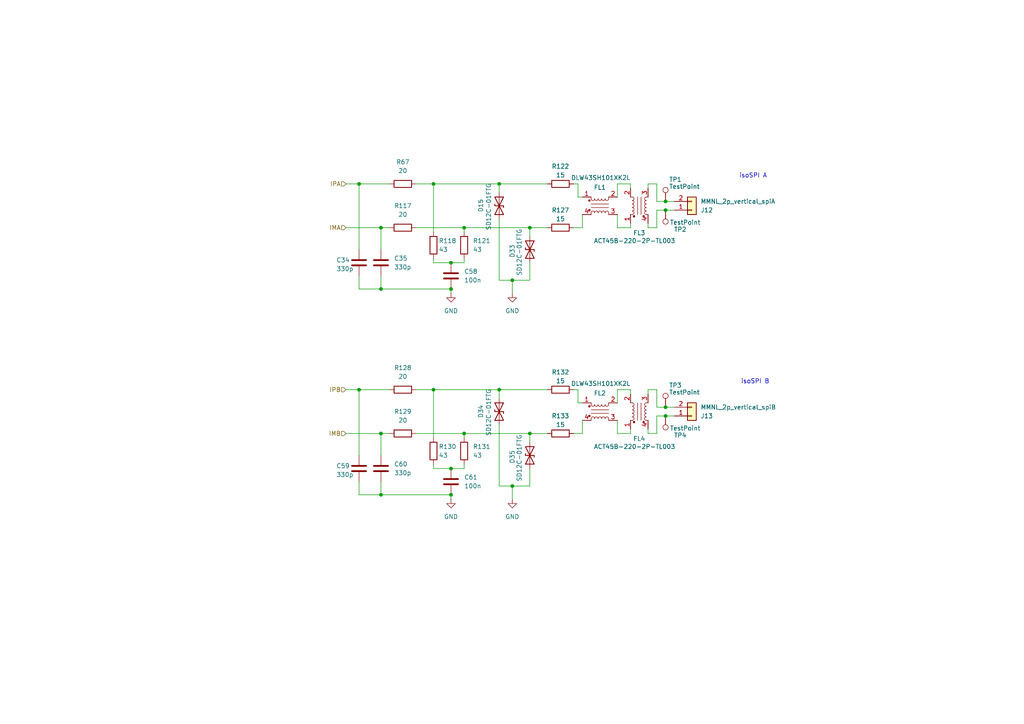
<source format=kicad_sch>
(kicad_sch
	(version 20231120)
	(generator "eeschema")
	(generator_version "8.0")
	(uuid "cc997e99-186e-4e96-b6fd-8d5d8672419b")
	(paper "A4")
	(lib_symbols
		(symbol "Connector:TestPoint"
			(pin_numbers hide)
			(pin_names
				(offset 0.762) hide)
			(exclude_from_sim no)
			(in_bom yes)
			(on_board yes)
			(property "Reference" "TP"
				(at 0 6.858 0)
				(effects
					(font
						(size 1.27 1.27)
					)
				)
			)
			(property "Value" "TestPoint"
				(at 0 5.08 0)
				(effects
					(font
						(size 1.27 1.27)
					)
				)
			)
			(property "Footprint" ""
				(at 5.08 0 0)
				(effects
					(font
						(size 1.27 1.27)
					)
					(hide yes)
				)
			)
			(property "Datasheet" "~"
				(at 5.08 0 0)
				(effects
					(font
						(size 1.27 1.27)
					)
					(hide yes)
				)
			)
			(property "Description" "test point"
				(at 0 0 0)
				(effects
					(font
						(size 1.27 1.27)
					)
					(hide yes)
				)
			)
			(property "ki_keywords" "test point tp"
				(at 0 0 0)
				(effects
					(font
						(size 1.27 1.27)
					)
					(hide yes)
				)
			)
			(property "ki_fp_filters" "Pin* Test*"
				(at 0 0 0)
				(effects
					(font
						(size 1.27 1.27)
					)
					(hide yes)
				)
			)
			(symbol "TestPoint_0_1"
				(circle
					(center 0 3.302)
					(radius 0.762)
					(stroke
						(width 0)
						(type default)
					)
					(fill
						(type none)
					)
				)
			)
			(symbol "TestPoint_1_1"
				(pin passive line
					(at 0 0 90)
					(length 2.54)
					(name "1"
						(effects
							(font
								(size 1.27 1.27)
							)
						)
					)
					(number "1"
						(effects
							(font
								(size 1.27 1.27)
							)
						)
					)
				)
			)
		)
		(symbol "Connector_Generic:Conn_01x02"
			(pin_names
				(offset 1.016) hide)
			(exclude_from_sim no)
			(in_bom yes)
			(on_board yes)
			(property "Reference" "J"
				(at 0 2.54 0)
				(effects
					(font
						(size 1.27 1.27)
					)
				)
			)
			(property "Value" "Conn_01x02"
				(at 0 -5.08 0)
				(effects
					(font
						(size 1.27 1.27)
					)
				)
			)
			(property "Footprint" ""
				(at 0 0 0)
				(effects
					(font
						(size 1.27 1.27)
					)
					(hide yes)
				)
			)
			(property "Datasheet" "~"
				(at 0 0 0)
				(effects
					(font
						(size 1.27 1.27)
					)
					(hide yes)
				)
			)
			(property "Description" "Generic connector, single row, 01x02, script generated (kicad-library-utils/schlib/autogen/connector/)"
				(at 0 0 0)
				(effects
					(font
						(size 1.27 1.27)
					)
					(hide yes)
				)
			)
			(property "ki_keywords" "connector"
				(at 0 0 0)
				(effects
					(font
						(size 1.27 1.27)
					)
					(hide yes)
				)
			)
			(property "ki_fp_filters" "Connector*:*_1x??_*"
				(at 0 0 0)
				(effects
					(font
						(size 1.27 1.27)
					)
					(hide yes)
				)
			)
			(symbol "Conn_01x02_1_1"
				(rectangle
					(start -1.27 -2.413)
					(end 0 -2.667)
					(stroke
						(width 0.1524)
						(type default)
					)
					(fill
						(type none)
					)
				)
				(rectangle
					(start -1.27 0.127)
					(end 0 -0.127)
					(stroke
						(width 0.1524)
						(type default)
					)
					(fill
						(type none)
					)
				)
				(rectangle
					(start -1.27 1.27)
					(end 1.27 -3.81)
					(stroke
						(width 0.254)
						(type default)
					)
					(fill
						(type background)
					)
				)
				(pin passive line
					(at -5.08 0 0)
					(length 3.81)
					(name "Pin_1"
						(effects
							(font
								(size 1.27 1.27)
							)
						)
					)
					(number "1"
						(effects
							(font
								(size 1.27 1.27)
							)
						)
					)
				)
				(pin passive line
					(at -5.08 -2.54 0)
					(length 3.81)
					(name "Pin_2"
						(effects
							(font
								(size 1.27 1.27)
							)
						)
					)
					(number "2"
						(effects
							(font
								(size 1.27 1.27)
							)
						)
					)
				)
			)
		)
		(symbol "Device:C"
			(pin_numbers hide)
			(pin_names
				(offset 0.254)
			)
			(exclude_from_sim no)
			(in_bom yes)
			(on_board yes)
			(property "Reference" "C"
				(at 0.635 2.54 0)
				(effects
					(font
						(size 1.27 1.27)
					)
					(justify left)
				)
			)
			(property "Value" "C"
				(at 0.635 -2.54 0)
				(effects
					(font
						(size 1.27 1.27)
					)
					(justify left)
				)
			)
			(property "Footprint" ""
				(at 0.9652 -3.81 0)
				(effects
					(font
						(size 1.27 1.27)
					)
					(hide yes)
				)
			)
			(property "Datasheet" "~"
				(at 0 0 0)
				(effects
					(font
						(size 1.27 1.27)
					)
					(hide yes)
				)
			)
			(property "Description" "Unpolarized capacitor"
				(at 0 0 0)
				(effects
					(font
						(size 1.27 1.27)
					)
					(hide yes)
				)
			)
			(property "ki_keywords" "cap capacitor"
				(at 0 0 0)
				(effects
					(font
						(size 1.27 1.27)
					)
					(hide yes)
				)
			)
			(property "ki_fp_filters" "C_*"
				(at 0 0 0)
				(effects
					(font
						(size 1.27 1.27)
					)
					(hide yes)
				)
			)
			(symbol "C_0_1"
				(polyline
					(pts
						(xy -2.032 -0.762) (xy 2.032 -0.762)
					)
					(stroke
						(width 0.508)
						(type default)
					)
					(fill
						(type none)
					)
				)
				(polyline
					(pts
						(xy -2.032 0.762) (xy 2.032 0.762)
					)
					(stroke
						(width 0.508)
						(type default)
					)
					(fill
						(type none)
					)
				)
			)
			(symbol "C_1_1"
				(pin passive line
					(at 0 3.81 270)
					(length 2.794)
					(name "~"
						(effects
							(font
								(size 1.27 1.27)
							)
						)
					)
					(number "1"
						(effects
							(font
								(size 1.27 1.27)
							)
						)
					)
				)
				(pin passive line
					(at 0 -3.81 90)
					(length 2.794)
					(name "~"
						(effects
							(font
								(size 1.27 1.27)
							)
						)
					)
					(number "2"
						(effects
							(font
								(size 1.27 1.27)
							)
						)
					)
				)
			)
		)
		(symbol "Device:D_TVS"
			(pin_numbers hide)
			(pin_names
				(offset 1.016) hide)
			(exclude_from_sim no)
			(in_bom yes)
			(on_board yes)
			(property "Reference" "D"
				(at 0 2.54 0)
				(effects
					(font
						(size 1.27 1.27)
					)
				)
			)
			(property "Value" "D_TVS"
				(at 0 -2.54 0)
				(effects
					(font
						(size 1.27 1.27)
					)
				)
			)
			(property "Footprint" ""
				(at 0 0 0)
				(effects
					(font
						(size 1.27 1.27)
					)
					(hide yes)
				)
			)
			(property "Datasheet" "~"
				(at 0 0 0)
				(effects
					(font
						(size 1.27 1.27)
					)
					(hide yes)
				)
			)
			(property "Description" "Bidirectional transient-voltage-suppression diode"
				(at 0 0 0)
				(effects
					(font
						(size 1.27 1.27)
					)
					(hide yes)
				)
			)
			(property "ki_keywords" "diode TVS thyrector"
				(at 0 0 0)
				(effects
					(font
						(size 1.27 1.27)
					)
					(hide yes)
				)
			)
			(property "ki_fp_filters" "TO-???* *_Diode_* *SingleDiode* D_*"
				(at 0 0 0)
				(effects
					(font
						(size 1.27 1.27)
					)
					(hide yes)
				)
			)
			(symbol "D_TVS_0_1"
				(polyline
					(pts
						(xy 1.27 0) (xy -1.27 0)
					)
					(stroke
						(width 0)
						(type default)
					)
					(fill
						(type none)
					)
				)
				(polyline
					(pts
						(xy 0.508 1.27) (xy 0 1.27) (xy 0 -1.27) (xy -0.508 -1.27)
					)
					(stroke
						(width 0.254)
						(type default)
					)
					(fill
						(type none)
					)
				)
				(polyline
					(pts
						(xy -2.54 1.27) (xy -2.54 -1.27) (xy 2.54 1.27) (xy 2.54 -1.27) (xy -2.54 1.27)
					)
					(stroke
						(width 0.254)
						(type default)
					)
					(fill
						(type none)
					)
				)
			)
			(symbol "D_TVS_1_1"
				(pin passive line
					(at -3.81 0 0)
					(length 2.54)
					(name "A1"
						(effects
							(font
								(size 1.27 1.27)
							)
						)
					)
					(number "1"
						(effects
							(font
								(size 1.27 1.27)
							)
						)
					)
				)
				(pin passive line
					(at 3.81 0 180)
					(length 2.54)
					(name "A2"
						(effects
							(font
								(size 1.27 1.27)
							)
						)
					)
					(number "2"
						(effects
							(font
								(size 1.27 1.27)
							)
						)
					)
				)
			)
		)
		(symbol "Device:R"
			(pin_numbers hide)
			(pin_names
				(offset 0)
			)
			(exclude_from_sim no)
			(in_bom yes)
			(on_board yes)
			(property "Reference" "R"
				(at 2.032 0 90)
				(effects
					(font
						(size 1.27 1.27)
					)
				)
			)
			(property "Value" "R"
				(at 0 0 90)
				(effects
					(font
						(size 1.27 1.27)
					)
				)
			)
			(property "Footprint" ""
				(at -1.778 0 90)
				(effects
					(font
						(size 1.27 1.27)
					)
					(hide yes)
				)
			)
			(property "Datasheet" "~"
				(at 0 0 0)
				(effects
					(font
						(size 1.27 1.27)
					)
					(hide yes)
				)
			)
			(property "Description" "Resistor"
				(at 0 0 0)
				(effects
					(font
						(size 1.27 1.27)
					)
					(hide yes)
				)
			)
			(property "ki_keywords" "R res resistor"
				(at 0 0 0)
				(effects
					(font
						(size 1.27 1.27)
					)
					(hide yes)
				)
			)
			(property "ki_fp_filters" "R_*"
				(at 0 0 0)
				(effects
					(font
						(size 1.27 1.27)
					)
					(hide yes)
				)
			)
			(symbol "R_0_1"
				(rectangle
					(start -1.016 -2.54)
					(end 1.016 2.54)
					(stroke
						(width 0.254)
						(type default)
					)
					(fill
						(type none)
					)
				)
			)
			(symbol "R_1_1"
				(pin passive line
					(at 0 3.81 270)
					(length 1.27)
					(name "~"
						(effects
							(font
								(size 1.27 1.27)
							)
						)
					)
					(number "1"
						(effects
							(font
								(size 1.27 1.27)
							)
						)
					)
				)
				(pin passive line
					(at 0 -3.81 90)
					(length 1.27)
					(name "~"
						(effects
							(font
								(size 1.27 1.27)
							)
						)
					)
					(number "2"
						(effects
							(font
								(size 1.27 1.27)
							)
						)
					)
				)
			)
		)
		(symbol "Filter:Choke_Coilcraft_0603USB-222"
			(pin_names
				(offset 0.254) hide)
			(exclude_from_sim no)
			(in_bom yes)
			(on_board yes)
			(property "Reference" "FL"
				(at 0 4.445 0)
				(effects
					(font
						(size 1.27 1.27)
					)
				)
			)
			(property "Value" "Choke_Coilcraft_0603USB-222"
				(at 0 -4.445 0)
				(effects
					(font
						(size 1.27 1.27)
					)
				)
			)
			(property "Footprint" "Inductor_SMD:L_CommonModeChoke_Coilcraft_0603USB"
				(at 0 -6.35 0)
				(effects
					(font
						(size 1.27 1.27)
					)
					(hide yes)
				)
			)
			(property "Datasheet" "https://www.coilcraft.com/pdfs/0603usb.pdf"
				(at 0 -8.255 0)
				(effects
					(font
						(size 1.27 1.27)
					)
					(hide yes)
				)
			)
			(property "Description" "Common mode choke, 500mA, 250VAC, 150nH, 209mohm, 0.96Ghz, "
				(at 0 0 0)
				(effects
					(font
						(size 1.27 1.27)
					)
					(hide yes)
				)
			)
			(property "ki_keywords" "common-mode common mode choke signal line filter"
				(at 0 0 0)
				(effects
					(font
						(size 1.27 1.27)
					)
					(hide yes)
				)
			)
			(property "ki_fp_filters" "L*CommonModeChoke*Coilcraft*0603USB*"
				(at 0 0 0)
				(effects
					(font
						(size 1.27 1.27)
					)
					(hide yes)
				)
			)
			(symbol "Choke_Coilcraft_0603USB-222_0_1"
				(circle
					(center -3.048 -1.27)
					(radius 0.254)
					(stroke
						(width 0)
						(type default)
					)
					(fill
						(type outline)
					)
				)
				(circle
					(center -3.048 1.524)
					(radius 0.254)
					(stroke
						(width 0)
						(type default)
					)
					(fill
						(type outline)
					)
				)
				(arc
					(start -2.54 2.032)
					(mid -2.032 1.5262)
					(end -1.524 2.032)
					(stroke
						(width 0)
						(type default)
					)
					(fill
						(type none)
					)
				)
				(arc
					(start -1.524 -2.032)
					(mid -2.032 -1.5262)
					(end -2.54 -2.032)
					(stroke
						(width 0)
						(type default)
					)
					(fill
						(type none)
					)
				)
				(arc
					(start -1.524 2.032)
					(mid -1.016 1.5262)
					(end -0.508 2.032)
					(stroke
						(width 0)
						(type default)
					)
					(fill
						(type none)
					)
				)
				(arc
					(start -0.508 -2.032)
					(mid -1.016 -1.5262)
					(end -1.524 -2.032)
					(stroke
						(width 0)
						(type default)
					)
					(fill
						(type none)
					)
				)
				(arc
					(start -0.508 2.032)
					(mid 0 1.5262)
					(end 0.508 2.032)
					(stroke
						(width 0)
						(type default)
					)
					(fill
						(type none)
					)
				)
				(polyline
					(pts
						(xy -2.54 -2.032) (xy -2.54 -2.54)
					)
					(stroke
						(width 0)
						(type default)
					)
					(fill
						(type none)
					)
				)
				(polyline
					(pts
						(xy -2.54 0.508) (xy 2.54 0.508)
					)
					(stroke
						(width 0)
						(type default)
					)
					(fill
						(type none)
					)
				)
				(polyline
					(pts
						(xy -2.54 2.032) (xy -2.54 2.54)
					)
					(stroke
						(width 0)
						(type default)
					)
					(fill
						(type none)
					)
				)
				(polyline
					(pts
						(xy 2.54 -2.032) (xy 2.54 -2.54)
					)
					(stroke
						(width 0)
						(type default)
					)
					(fill
						(type none)
					)
				)
				(polyline
					(pts
						(xy 2.54 -0.508) (xy -2.54 -0.508)
					)
					(stroke
						(width 0)
						(type default)
					)
					(fill
						(type none)
					)
				)
				(polyline
					(pts
						(xy 2.54 2.54) (xy 2.54 2.032)
					)
					(stroke
						(width 0)
						(type default)
					)
					(fill
						(type none)
					)
				)
				(arc
					(start 0.508 -2.032)
					(mid 0 -1.5262)
					(end -0.508 -2.032)
					(stroke
						(width 0)
						(type default)
					)
					(fill
						(type none)
					)
				)
				(arc
					(start 0.508 2.032)
					(mid 1.016 1.5262)
					(end 1.524 2.032)
					(stroke
						(width 0)
						(type default)
					)
					(fill
						(type none)
					)
				)
				(arc
					(start 1.524 -2.032)
					(mid 1.016 -1.5262)
					(end 0.508 -2.032)
					(stroke
						(width 0)
						(type default)
					)
					(fill
						(type none)
					)
				)
				(arc
					(start 1.524 2.032)
					(mid 2.032 1.5262)
					(end 2.54 2.032)
					(stroke
						(width 0)
						(type default)
					)
					(fill
						(type none)
					)
				)
				(arc
					(start 2.54 -2.032)
					(mid 2.032 -1.5262)
					(end 1.524 -2.032)
					(stroke
						(width 0)
						(type default)
					)
					(fill
						(type none)
					)
				)
			)
			(symbol "Choke_Coilcraft_0603USB-222_1_1"
				(pin passive line
					(at -5.08 2.54 0)
					(length 2.54)
					(name "1"
						(effects
							(font
								(size 1.27 1.27)
							)
						)
					)
					(number "1"
						(effects
							(font
								(size 1.27 1.27)
							)
						)
					)
				)
				(pin passive line
					(at 5.08 2.54 180)
					(length 2.54)
					(name "2"
						(effects
							(font
								(size 1.27 1.27)
							)
						)
					)
					(number "2"
						(effects
							(font
								(size 1.27 1.27)
							)
						)
					)
				)
				(pin passive line
					(at 5.08 -2.54 180)
					(length 2.54)
					(name "3"
						(effects
							(font
								(size 1.27 1.27)
							)
						)
					)
					(number "3"
						(effects
							(font
								(size 1.27 1.27)
							)
						)
					)
				)
				(pin passive line
					(at -5.08 -2.54 0)
					(length 2.54)
					(name "4"
						(effects
							(font
								(size 1.27 1.27)
							)
						)
					)
					(number "4"
						(effects
							(font
								(size 1.27 1.27)
							)
						)
					)
				)
			)
		)
		(symbol "power:GND"
			(power)
			(pin_numbers hide)
			(pin_names
				(offset 0) hide)
			(exclude_from_sim no)
			(in_bom yes)
			(on_board yes)
			(property "Reference" "#PWR"
				(at 0 -6.35 0)
				(effects
					(font
						(size 1.27 1.27)
					)
					(hide yes)
				)
			)
			(property "Value" "GND"
				(at 0 -3.81 0)
				(effects
					(font
						(size 1.27 1.27)
					)
				)
			)
			(property "Footprint" ""
				(at 0 0 0)
				(effects
					(font
						(size 1.27 1.27)
					)
					(hide yes)
				)
			)
			(property "Datasheet" ""
				(at 0 0 0)
				(effects
					(font
						(size 1.27 1.27)
					)
					(hide yes)
				)
			)
			(property "Description" "Power symbol creates a global label with name \"GND\" , ground"
				(at 0 0 0)
				(effects
					(font
						(size 1.27 1.27)
					)
					(hide yes)
				)
			)
			(property "ki_keywords" "global power"
				(at 0 0 0)
				(effects
					(font
						(size 1.27 1.27)
					)
					(hide yes)
				)
			)
			(symbol "GND_0_1"
				(polyline
					(pts
						(xy 0 0) (xy 0 -1.27) (xy 1.27 -1.27) (xy 0 -2.54) (xy -1.27 -1.27) (xy 0 -1.27)
					)
					(stroke
						(width 0)
						(type default)
					)
					(fill
						(type none)
					)
				)
			)
			(symbol "GND_1_1"
				(pin power_in line
					(at 0 0 270)
					(length 0)
					(name "~"
						(effects
							(font
								(size 1.27 1.27)
							)
						)
					)
					(number "1"
						(effects
							(font
								(size 1.27 1.27)
							)
						)
					)
				)
			)
		)
	)
	(junction
		(at 153.67 125.73)
		(diameter 0)
		(color 0 0 0 0)
		(uuid "01183f8a-1e4b-4f9c-b82e-dc570b395bc9")
	)
	(junction
		(at 125.73 113.03)
		(diameter 0)
		(color 0 0 0 0)
		(uuid "0aee2266-1ee0-435b-99ab-209fda24ce6f")
	)
	(junction
		(at 130.81 135.89)
		(diameter 0)
		(color 0 0 0 0)
		(uuid "0b43cb52-6b59-4d07-bb39-52d42efea2a4")
	)
	(junction
		(at 144.78 53.34)
		(diameter 0)
		(color 0 0 0 0)
		(uuid "16849498-73cb-4d60-8cda-784e57847e86")
	)
	(junction
		(at 134.62 125.73)
		(diameter 0)
		(color 0 0 0 0)
		(uuid "261f1fb1-79c8-4d48-90f7-81c699a437e8")
	)
	(junction
		(at 125.73 53.34)
		(diameter 0)
		(color 0 0 0 0)
		(uuid "2a20125c-c321-48f8-b44e-3988e503e198")
	)
	(junction
		(at 134.62 66.04)
		(diameter 0)
		(color 0 0 0 0)
		(uuid "3b517f86-5ad6-4b30-bb01-49b6d492cf9c")
	)
	(junction
		(at 148.59 81.28)
		(diameter 0)
		(color 0 0 0 0)
		(uuid "3c8e5238-16b2-4bed-8e21-054959c494ec")
	)
	(junction
		(at 148.59 140.97)
		(diameter 0)
		(color 0 0 0 0)
		(uuid "41d63814-442e-4eda-b8c7-71ebc3663179")
	)
	(junction
		(at 144.78 113.03)
		(diameter 0)
		(color 0 0 0 0)
		(uuid "52c62b19-830a-4953-b16b-cfcb0d6b9962")
	)
	(junction
		(at 110.49 143.51)
		(diameter 0)
		(color 0 0 0 0)
		(uuid "5d98fc4a-e376-411f-bb72-2038f13a1e67")
	)
	(junction
		(at 130.81 76.2)
		(diameter 0)
		(color 0 0 0 0)
		(uuid "68ad2d62-3be5-4a54-9f19-2399902fa070")
	)
	(junction
		(at 193.04 118.11)
		(diameter 0)
		(color 0 0 0 0)
		(uuid "75b019ad-4370-42a8-9ba8-ed9cf56e2f21")
	)
	(junction
		(at 110.49 83.82)
		(diameter 0)
		(color 0 0 0 0)
		(uuid "765b8e2c-7892-430c-93ff-aa21c03968df")
	)
	(junction
		(at 110.49 125.73)
		(diameter 0)
		(color 0 0 0 0)
		(uuid "89e50e36-82f3-4d7d-a4aa-a35c17bc6a70")
	)
	(junction
		(at 104.14 113.03)
		(diameter 0)
		(color 0 0 0 0)
		(uuid "9143c996-48f2-4a9c-8b34-dd5924e0f123")
	)
	(junction
		(at 193.04 120.65)
		(diameter 0)
		(color 0 0 0 0)
		(uuid "a09abcaa-ee14-4806-891e-38b530c8955e")
	)
	(junction
		(at 110.49 66.04)
		(diameter 0)
		(color 0 0 0 0)
		(uuid "a89d20ae-22a4-4c70-95b7-f35770796082")
	)
	(junction
		(at 104.14 53.34)
		(diameter 0)
		(color 0 0 0 0)
		(uuid "a8e19d03-4413-4599-ab2b-eda64a944fd2")
	)
	(junction
		(at 193.04 58.42)
		(diameter 0)
		(color 0 0 0 0)
		(uuid "c73e571a-8882-40bf-8801-37b728f7568c")
	)
	(junction
		(at 130.81 83.82)
		(diameter 0)
		(color 0 0 0 0)
		(uuid "d954a7f2-89e9-4d9b-8b3d-3c9b09e53775")
	)
	(junction
		(at 153.67 66.04)
		(diameter 0)
		(color 0 0 0 0)
		(uuid "e265b3c2-1f26-4628-9af9-9ee896d1942c")
	)
	(junction
		(at 193.04 60.96)
		(diameter 0)
		(color 0 0 0 0)
		(uuid "ee791069-e5ab-4065-a316-0a86c990c119")
	)
	(junction
		(at 130.81 143.51)
		(diameter 0)
		(color 0 0 0 0)
		(uuid "f73c40ae-53a9-4b64-a252-1e0899a4483e")
	)
	(wire
		(pts
			(xy 104.14 113.03) (xy 113.03 113.03)
		)
		(stroke
			(width 0)
			(type default)
		)
		(uuid "0565c931-c0f9-466d-94bc-782bb9e90050")
	)
	(wire
		(pts
			(xy 104.14 139.7) (xy 104.14 143.51)
		)
		(stroke
			(width 0)
			(type default)
		)
		(uuid "0df56b57-53ff-458e-a7f9-40507343abc6")
	)
	(wire
		(pts
			(xy 167.64 113.03) (xy 167.64 116.84)
		)
		(stroke
			(width 0)
			(type default)
		)
		(uuid "0e5a8d8b-a111-4c02-8823-bbd44add785a")
	)
	(wire
		(pts
			(xy 110.49 80.01) (xy 110.49 83.82)
		)
		(stroke
			(width 0)
			(type default)
		)
		(uuid "131978a5-406e-4bd9-8cda-67cc620ad33c")
	)
	(wire
		(pts
			(xy 120.65 66.04) (xy 134.62 66.04)
		)
		(stroke
			(width 0)
			(type default)
		)
		(uuid "13d13389-b355-4549-ae0d-ef4b9cf92d09")
	)
	(wire
		(pts
			(xy 190.5 58.42) (xy 193.04 58.42)
		)
		(stroke
			(width 0)
			(type default)
		)
		(uuid "13d26b6b-eb45-420d-9875-5581d4d95311")
	)
	(wire
		(pts
			(xy 193.04 60.96) (xy 195.58 60.96)
		)
		(stroke
			(width 0)
			(type default)
		)
		(uuid "15a02b9a-d887-4d81-b92b-afa8a8c44678")
	)
	(wire
		(pts
			(xy 134.62 134.62) (xy 134.62 135.89)
		)
		(stroke
			(width 0)
			(type default)
		)
		(uuid "17c15ff6-9808-42f8-a4dd-c2998ada0920")
	)
	(wire
		(pts
			(xy 130.81 143.51) (xy 130.81 144.78)
		)
		(stroke
			(width 0)
			(type default)
		)
		(uuid "18d12258-3620-48b1-8485-5c608696f8ea")
	)
	(wire
		(pts
			(xy 190.5 118.11) (xy 193.04 118.11)
		)
		(stroke
			(width 0)
			(type default)
		)
		(uuid "19ea8a2d-a0f5-4e3b-b398-b26cbdfae7b0")
	)
	(wire
		(pts
			(xy 167.64 116.84) (xy 168.91 116.84)
		)
		(stroke
			(width 0)
			(type default)
		)
		(uuid "1a06fc4d-afb0-408d-8c8a-c67a787daece")
	)
	(wire
		(pts
			(xy 104.14 53.34) (xy 104.14 72.39)
		)
		(stroke
			(width 0)
			(type default)
		)
		(uuid "1f2f4073-1ed2-401d-bfdd-89e0cbe2c4d6")
	)
	(wire
		(pts
			(xy 110.49 66.04) (xy 110.49 72.39)
		)
		(stroke
			(width 0)
			(type default)
		)
		(uuid "20b3f746-6c71-4810-adf8-12af40f89a01")
	)
	(wire
		(pts
			(xy 182.88 53.34) (xy 182.88 54.61)
		)
		(stroke
			(width 0)
			(type default)
		)
		(uuid "21a9f667-12fb-4f0f-bec6-e88a06cb05a7")
	)
	(wire
		(pts
			(xy 125.73 76.2) (xy 125.73 74.93)
		)
		(stroke
			(width 0)
			(type default)
		)
		(uuid "263db505-8108-4a7f-add9-b16d51e43236")
	)
	(wire
		(pts
			(xy 144.78 63.5) (xy 144.78 81.28)
		)
		(stroke
			(width 0)
			(type default)
		)
		(uuid "2878b128-352c-4878-9278-c2f4a238750d")
	)
	(wire
		(pts
			(xy 134.62 76.2) (xy 130.81 76.2)
		)
		(stroke
			(width 0)
			(type default)
		)
		(uuid "2a301240-f26b-4950-bcec-e6412674688a")
	)
	(wire
		(pts
			(xy 182.88 66.04) (xy 182.88 64.77)
		)
		(stroke
			(width 0)
			(type default)
		)
		(uuid "2c546921-2ade-4803-9f2d-5d7638e01ffb")
	)
	(wire
		(pts
			(xy 179.07 66.04) (xy 179.07 62.23)
		)
		(stroke
			(width 0)
			(type default)
		)
		(uuid "2c55f13c-b9de-4f7c-9be4-6c711c4735ff")
	)
	(wire
		(pts
			(xy 130.81 135.89) (xy 125.73 135.89)
		)
		(stroke
			(width 0)
			(type default)
		)
		(uuid "2cce578f-d5b2-4862-abf3-70360e2cabf0")
	)
	(wire
		(pts
			(xy 168.91 62.23) (xy 168.91 66.04)
		)
		(stroke
			(width 0)
			(type default)
		)
		(uuid "31c33949-aae5-45e0-8006-0a61d8da9694")
	)
	(wire
		(pts
			(xy 125.73 53.34) (xy 144.78 53.34)
		)
		(stroke
			(width 0)
			(type default)
		)
		(uuid "36cdd6ac-0a35-4adf-a5a3-1345cf1f1e53")
	)
	(wire
		(pts
			(xy 190.5 58.42) (xy 190.5 53.34)
		)
		(stroke
			(width 0)
			(type default)
		)
		(uuid "38288ebd-4630-4d10-9075-6c33778842e1")
	)
	(wire
		(pts
			(xy 179.07 66.04) (xy 182.88 66.04)
		)
		(stroke
			(width 0)
			(type default)
		)
		(uuid "3c119e1b-9ad0-436a-a4ca-6ee8bef9e2d3")
	)
	(wire
		(pts
			(xy 125.73 135.89) (xy 125.73 134.62)
		)
		(stroke
			(width 0)
			(type default)
		)
		(uuid "415c5496-1c97-49cc-9663-d2338d1c4eca")
	)
	(wire
		(pts
			(xy 120.65 113.03) (xy 125.73 113.03)
		)
		(stroke
			(width 0)
			(type default)
		)
		(uuid "42c66a14-d781-44e1-a3ca-2bc7fe2bfb41")
	)
	(wire
		(pts
			(xy 148.59 140.97) (xy 153.67 140.97)
		)
		(stroke
			(width 0)
			(type default)
		)
		(uuid "4949d58d-7b61-4018-9ab2-9db5506cadad")
	)
	(wire
		(pts
			(xy 144.78 81.28) (xy 148.59 81.28)
		)
		(stroke
			(width 0)
			(type default)
		)
		(uuid "526f5610-f661-4139-b05e-9dc1195bf186")
	)
	(wire
		(pts
			(xy 190.5 53.34) (xy 187.96 53.34)
		)
		(stroke
			(width 0)
			(type default)
		)
		(uuid "55abcf85-bf08-4d8a-b086-9597600c0f04")
	)
	(wire
		(pts
			(xy 190.5 60.96) (xy 190.5 66.04)
		)
		(stroke
			(width 0)
			(type default)
		)
		(uuid "5972f4eb-6df6-4e01-841f-879bf9d8b69c")
	)
	(wire
		(pts
			(xy 167.64 53.34) (xy 167.64 57.15)
		)
		(stroke
			(width 0)
			(type default)
		)
		(uuid "5c066255-002d-4bda-82d7-ed88921a71b3")
	)
	(wire
		(pts
			(xy 144.78 140.97) (xy 148.59 140.97)
		)
		(stroke
			(width 0)
			(type default)
		)
		(uuid "5d164f3a-6598-4551-bcb2-a80c2562a107")
	)
	(wire
		(pts
			(xy 153.67 76.2) (xy 153.67 81.28)
		)
		(stroke
			(width 0)
			(type default)
		)
		(uuid "5d9d89fd-7a7d-48be-a0c7-a9fe05db6191")
	)
	(wire
		(pts
			(xy 110.49 143.51) (xy 130.81 143.51)
		)
		(stroke
			(width 0)
			(type default)
		)
		(uuid "5ee3058b-52e3-427c-b405-0973ebd3bdc6")
	)
	(wire
		(pts
			(xy 104.14 80.01) (xy 104.14 83.82)
		)
		(stroke
			(width 0)
			(type default)
		)
		(uuid "5f94fed7-41f2-4ff6-aa7b-a4e6e4896789")
	)
	(wire
		(pts
			(xy 166.37 113.03) (xy 167.64 113.03)
		)
		(stroke
			(width 0)
			(type default)
		)
		(uuid "60e454aa-b1c5-49f6-91d2-703e0e7d9e07")
	)
	(wire
		(pts
			(xy 130.81 83.82) (xy 130.81 85.09)
		)
		(stroke
			(width 0)
			(type default)
		)
		(uuid "6325c8c1-0a60-4819-ad6a-5635af30f80a")
	)
	(wire
		(pts
			(xy 130.81 76.2) (xy 125.73 76.2)
		)
		(stroke
			(width 0)
			(type default)
		)
		(uuid "6b447ebf-f804-49b0-881e-f34a74957d39")
	)
	(wire
		(pts
			(xy 168.91 121.92) (xy 168.91 125.73)
		)
		(stroke
			(width 0)
			(type default)
		)
		(uuid "6e5effcc-4755-4c29-babc-68132753bd99")
	)
	(wire
		(pts
			(xy 167.64 57.15) (xy 168.91 57.15)
		)
		(stroke
			(width 0)
			(type default)
		)
		(uuid "6fe45814-ab0c-4abd-b890-26294abfc73b")
	)
	(wire
		(pts
			(xy 110.49 125.73) (xy 113.03 125.73)
		)
		(stroke
			(width 0)
			(type default)
		)
		(uuid "7060ab41-82ab-4907-b814-451502cb4f6a")
	)
	(wire
		(pts
			(xy 166.37 53.34) (xy 167.64 53.34)
		)
		(stroke
			(width 0)
			(type default)
		)
		(uuid "711603bd-1693-4ccc-a5a3-4c47eed310a6")
	)
	(wire
		(pts
			(xy 179.07 125.73) (xy 179.07 121.92)
		)
		(stroke
			(width 0)
			(type default)
		)
		(uuid "732be2ee-a15a-4b69-9420-a00f9fcc5dae")
	)
	(wire
		(pts
			(xy 193.04 118.11) (xy 195.58 118.11)
		)
		(stroke
			(width 0)
			(type default)
		)
		(uuid "7378b1d6-965f-44e7-9946-d04c28f972d1")
	)
	(wire
		(pts
			(xy 187.96 125.73) (xy 187.96 124.46)
		)
		(stroke
			(width 0)
			(type default)
		)
		(uuid "747270b2-538f-4bfe-a361-02ae93e58734")
	)
	(wire
		(pts
			(xy 144.78 123.19) (xy 144.78 140.97)
		)
		(stroke
			(width 0)
			(type default)
		)
		(uuid "79f0daee-7160-4c27-b4b8-a9fd4eb39b88")
	)
	(wire
		(pts
			(xy 153.67 66.04) (xy 153.67 68.58)
		)
		(stroke
			(width 0)
			(type default)
		)
		(uuid "7b28fa0b-17d4-4839-b46c-10c61f35bbfe")
	)
	(wire
		(pts
			(xy 134.62 135.89) (xy 130.81 135.89)
		)
		(stroke
			(width 0)
			(type default)
		)
		(uuid "7b52a9a9-21f6-4d0d-944c-4bc6f9b20c10")
	)
	(wire
		(pts
			(xy 179.07 113.03) (xy 182.88 113.03)
		)
		(stroke
			(width 0)
			(type default)
		)
		(uuid "7d52924e-8bf1-41f3-a88b-e54eead982dc")
	)
	(wire
		(pts
			(xy 110.49 66.04) (xy 113.03 66.04)
		)
		(stroke
			(width 0)
			(type default)
		)
		(uuid "82c3628f-f46b-45dd-b14a-88e4215f50f3")
	)
	(wire
		(pts
			(xy 104.14 143.51) (xy 110.49 143.51)
		)
		(stroke
			(width 0)
			(type default)
		)
		(uuid "859d7ef8-3236-40d2-bd07-af5bf012c438")
	)
	(wire
		(pts
			(xy 120.65 125.73) (xy 134.62 125.73)
		)
		(stroke
			(width 0)
			(type default)
		)
		(uuid "87909c03-0d46-4405-8890-be98ee081399")
	)
	(wire
		(pts
			(xy 134.62 125.73) (xy 134.62 127)
		)
		(stroke
			(width 0)
			(type default)
		)
		(uuid "882548b3-e7b1-4c68-91f1-15e1ceb8f6ea")
	)
	(wire
		(pts
			(xy 168.91 125.73) (xy 166.37 125.73)
		)
		(stroke
			(width 0)
			(type default)
		)
		(uuid "97963dfe-3e02-4ed2-a469-e5b1aa4347ff")
	)
	(wire
		(pts
			(xy 100.33 125.73) (xy 110.49 125.73)
		)
		(stroke
			(width 0)
			(type default)
		)
		(uuid "989225f2-8496-4347-87ed-4e6cf8180b25")
	)
	(wire
		(pts
			(xy 134.62 74.93) (xy 134.62 76.2)
		)
		(stroke
			(width 0)
			(type default)
		)
		(uuid "98ee242f-cef8-465b-b16c-efe3e1fa21d1")
	)
	(wire
		(pts
			(xy 190.5 120.65) (xy 190.5 125.73)
		)
		(stroke
			(width 0)
			(type default)
		)
		(uuid "99117fc3-f64e-4d15-b2c9-5eae6803b78c")
	)
	(wire
		(pts
			(xy 190.5 66.04) (xy 187.96 66.04)
		)
		(stroke
			(width 0)
			(type default)
		)
		(uuid "9b244fd4-2670-443b-a457-71cc2d9f9962")
	)
	(wire
		(pts
			(xy 100.33 113.03) (xy 104.14 113.03)
		)
		(stroke
			(width 0)
			(type default)
		)
		(uuid "9c6464b5-3f30-4127-9e0d-66412fe04eb0")
	)
	(wire
		(pts
			(xy 144.78 113.03) (xy 158.75 113.03)
		)
		(stroke
			(width 0)
			(type default)
		)
		(uuid "9ff41563-c491-4c32-bd3b-58318558d239")
	)
	(wire
		(pts
			(xy 190.5 60.96) (xy 193.04 60.96)
		)
		(stroke
			(width 0)
			(type default)
		)
		(uuid "a6f8303d-305d-45e4-a7e1-4337e0b1beaf")
	)
	(wire
		(pts
			(xy 134.62 66.04) (xy 153.67 66.04)
		)
		(stroke
			(width 0)
			(type default)
		)
		(uuid "a86ddb4f-7f4c-472e-a8d2-f715863070b0")
	)
	(wire
		(pts
			(xy 125.73 113.03) (xy 125.73 127)
		)
		(stroke
			(width 0)
			(type default)
		)
		(uuid "aa509a6b-82c5-433d-8a65-bdf860d0a7f6")
	)
	(wire
		(pts
			(xy 104.14 83.82) (xy 110.49 83.82)
		)
		(stroke
			(width 0)
			(type default)
		)
		(uuid "acfe9f3b-5a86-4055-88fd-38342f07f5cd")
	)
	(wire
		(pts
			(xy 190.5 118.11) (xy 190.5 113.03)
		)
		(stroke
			(width 0)
			(type default)
		)
		(uuid "af2bbf75-1669-4bba-ac58-65eb5602befd")
	)
	(wire
		(pts
			(xy 153.67 135.89) (xy 153.67 140.97)
		)
		(stroke
			(width 0)
			(type default)
		)
		(uuid "b18d8ca9-758d-46d6-b76e-a59642fd13a7")
	)
	(wire
		(pts
			(xy 179.07 53.34) (xy 179.07 57.15)
		)
		(stroke
			(width 0)
			(type default)
		)
		(uuid "b3c8affe-c9f4-4aa9-8c23-0917d6b92cad")
	)
	(wire
		(pts
			(xy 120.65 53.34) (xy 125.73 53.34)
		)
		(stroke
			(width 0)
			(type default)
		)
		(uuid "b41ff4b5-0659-4438-8f87-22cb88df76a1")
	)
	(wire
		(pts
			(xy 187.96 66.04) (xy 187.96 64.77)
		)
		(stroke
			(width 0)
			(type default)
		)
		(uuid "b63d1a5c-9181-433d-86f2-f311e878efc3")
	)
	(wire
		(pts
			(xy 179.07 113.03) (xy 179.07 116.84)
		)
		(stroke
			(width 0)
			(type default)
		)
		(uuid "b8a604ac-29b2-41cc-bd51-47816fcd7512")
	)
	(wire
		(pts
			(xy 125.73 53.34) (xy 125.73 67.31)
		)
		(stroke
			(width 0)
			(type default)
		)
		(uuid "ba3bda8e-6186-4fdc-9ac1-5579bf324af1")
	)
	(wire
		(pts
			(xy 125.73 113.03) (xy 144.78 113.03)
		)
		(stroke
			(width 0)
			(type default)
		)
		(uuid "bd663345-6a33-4c53-bc78-b7b34bd83c56")
	)
	(wire
		(pts
			(xy 187.96 113.03) (xy 187.96 114.3)
		)
		(stroke
			(width 0)
			(type default)
		)
		(uuid "bdb4eafe-3aa7-43bf-b504-0d1dd48bec5a")
	)
	(wire
		(pts
			(xy 179.07 53.34) (xy 182.88 53.34)
		)
		(stroke
			(width 0)
			(type default)
		)
		(uuid "bdfe1517-7bdf-4232-8716-92493f1394ab")
	)
	(wire
		(pts
			(xy 153.67 125.73) (xy 153.67 128.27)
		)
		(stroke
			(width 0)
			(type default)
		)
		(uuid "c2d96053-d5eb-4397-9c27-34c44f78cde1")
	)
	(wire
		(pts
			(xy 168.91 66.04) (xy 166.37 66.04)
		)
		(stroke
			(width 0)
			(type default)
		)
		(uuid "c6045578-662d-49ab-bbbd-6163239abaa7")
	)
	(wire
		(pts
			(xy 182.88 125.73) (xy 182.88 124.46)
		)
		(stroke
			(width 0)
			(type default)
		)
		(uuid "c61e0019-c3d7-427f-9a0d-70b8d2a946f1")
	)
	(wire
		(pts
			(xy 148.59 140.97) (xy 148.59 144.78)
		)
		(stroke
			(width 0)
			(type default)
		)
		(uuid "c9127632-05e8-4233-aa81-26abfabd0be6")
	)
	(wire
		(pts
			(xy 190.5 125.73) (xy 187.96 125.73)
		)
		(stroke
			(width 0)
			(type default)
		)
		(uuid "c92180ca-5d52-4f40-a499-aa35c4bbaec5")
	)
	(wire
		(pts
			(xy 110.49 125.73) (xy 110.49 132.08)
		)
		(stroke
			(width 0)
			(type default)
		)
		(uuid "cb8d91e1-e0aa-41f6-9bf2-37a432544fb2")
	)
	(wire
		(pts
			(xy 190.5 120.65) (xy 193.04 120.65)
		)
		(stroke
			(width 0)
			(type default)
		)
		(uuid "d42c2df4-208c-4835-9176-7437c1e76609")
	)
	(wire
		(pts
			(xy 148.59 81.28) (xy 148.59 85.09)
		)
		(stroke
			(width 0)
			(type default)
		)
		(uuid "d48c668c-c34a-4da8-bb0b-c2770d8d7560")
	)
	(wire
		(pts
			(xy 193.04 58.42) (xy 195.58 58.42)
		)
		(stroke
			(width 0)
			(type default)
		)
		(uuid "d4cba228-bf0c-49ca-8b3b-15aa81c9bf88")
	)
	(wire
		(pts
			(xy 134.62 125.73) (xy 153.67 125.73)
		)
		(stroke
			(width 0)
			(type default)
		)
		(uuid "d624965a-55d3-4f53-90d5-f06bfae09fb3")
	)
	(wire
		(pts
			(xy 190.5 113.03) (xy 187.96 113.03)
		)
		(stroke
			(width 0)
			(type default)
		)
		(uuid "d9df4c52-3ac9-4ce6-9c91-8a215b7df9bf")
	)
	(wire
		(pts
			(xy 187.96 53.34) (xy 187.96 54.61)
		)
		(stroke
			(width 0)
			(type default)
		)
		(uuid "dcc85ffa-54ce-4da4-8082-a010f13cba52")
	)
	(wire
		(pts
			(xy 144.78 53.34) (xy 158.75 53.34)
		)
		(stroke
			(width 0)
			(type default)
		)
		(uuid "dcf3e791-af40-4d50-89ad-c566fe127d1e")
	)
	(wire
		(pts
			(xy 148.59 81.28) (xy 153.67 81.28)
		)
		(stroke
			(width 0)
			(type default)
		)
		(uuid "df6ec248-ecdf-4949-98d2-2a1cdfd95bca")
	)
	(wire
		(pts
			(xy 193.04 120.65) (xy 195.58 120.65)
		)
		(stroke
			(width 0)
			(type default)
		)
		(uuid "e1184cf9-c32e-4b12-90e6-0528188d6a56")
	)
	(wire
		(pts
			(xy 182.88 113.03) (xy 182.88 114.3)
		)
		(stroke
			(width 0)
			(type default)
		)
		(uuid "e308cb3d-1b7f-434e-8f02-abef9ea6f74b")
	)
	(wire
		(pts
			(xy 110.49 139.7) (xy 110.49 143.51)
		)
		(stroke
			(width 0)
			(type default)
		)
		(uuid "e41194a2-1645-46ca-b6c1-61846315885a")
	)
	(wire
		(pts
			(xy 134.62 66.04) (xy 134.62 67.31)
		)
		(stroke
			(width 0)
			(type default)
		)
		(uuid "e4d25403-aaa6-4a6f-adf0-f3203744392b")
	)
	(wire
		(pts
			(xy 104.14 53.34) (xy 113.03 53.34)
		)
		(stroke
			(width 0)
			(type default)
		)
		(uuid "ea0d9dc5-d858-45f9-9f61-9452333e7422")
	)
	(wire
		(pts
			(xy 179.07 125.73) (xy 182.88 125.73)
		)
		(stroke
			(width 0)
			(type default)
		)
		(uuid "ea3277ca-2e2b-466f-b625-343522c3cafb")
	)
	(wire
		(pts
			(xy 153.67 66.04) (xy 158.75 66.04)
		)
		(stroke
			(width 0)
			(type default)
		)
		(uuid "f00480f7-eb91-4742-b57c-1d9e08810d3c")
	)
	(wire
		(pts
			(xy 104.14 113.03) (xy 104.14 132.08)
		)
		(stroke
			(width 0)
			(type default)
		)
		(uuid "f1e41e3c-1e23-4dfe-827a-e067d3eaefd8")
	)
	(wire
		(pts
			(xy 100.33 53.34) (xy 104.14 53.34)
		)
		(stroke
			(width 0)
			(type default)
		)
		(uuid "f6ffafec-7741-4edb-9165-1684e3d96f18")
	)
	(wire
		(pts
			(xy 100.33 66.04) (xy 110.49 66.04)
		)
		(stroke
			(width 0)
			(type default)
		)
		(uuid "f8443d47-aa7f-4634-a073-9f669c062ce5")
	)
	(wire
		(pts
			(xy 144.78 53.34) (xy 144.78 55.88)
		)
		(stroke
			(width 0)
			(type default)
		)
		(uuid "fd22c89b-3fba-4319-99bf-a909f8971b36")
	)
	(wire
		(pts
			(xy 153.67 125.73) (xy 158.75 125.73)
		)
		(stroke
			(width 0)
			(type default)
		)
		(uuid "fd45b74e-8d17-49d6-a683-16328cbec773")
	)
	(wire
		(pts
			(xy 110.49 83.82) (xy 130.81 83.82)
		)
		(stroke
			(width 0)
			(type default)
		)
		(uuid "fd94d108-ff1d-44b6-a858-b19ebfab217a")
	)
	(wire
		(pts
			(xy 144.78 113.03) (xy 144.78 115.57)
		)
		(stroke
			(width 0)
			(type default)
		)
		(uuid "ff7ed386-6df9-4041-b38a-61e957b81fbf")
	)
	(text "isoSPI A"
		(exclude_from_sim no)
		(at 214.376 51.054 0)
		(effects
			(font
				(size 1.27 1.27)
			)
			(justify left)
		)
		(uuid "70d51d41-826f-409d-b42a-bfc9d6ec4155")
	)
	(text "isoSPI B"
		(exclude_from_sim no)
		(at 214.884 110.744 0)
		(effects
			(font
				(size 1.27 1.27)
			)
			(justify left)
		)
		(uuid "751c85b6-7048-409e-b592-771fe724bd8a")
	)
	(hierarchical_label "IMA"
		(shape input)
		(at 100.33 66.04 180)
		(fields_autoplaced yes)
		(effects
			(font
				(size 1.27 1.27)
			)
			(justify right)
		)
		(uuid "018a7dae-761b-4a0e-bd75-67fc832c12ac")
	)
	(hierarchical_label "IPA"
		(shape input)
		(at 100.33 53.34 180)
		(fields_autoplaced yes)
		(effects
			(font
				(size 1.27 1.27)
			)
			(justify right)
		)
		(uuid "6036b150-468e-450d-9ab0-ac414b1d9e69")
	)
	(hierarchical_label "IPB"
		(shape input)
		(at 100.33 113.03 180)
		(fields_autoplaced yes)
		(effects
			(font
				(size 1.27 1.27)
			)
			(justify right)
		)
		(uuid "d4505a6b-71c1-4048-ba19-df6033f2e9f8")
	)
	(hierarchical_label "IMB"
		(shape input)
		(at 100.33 125.73 180)
		(fields_autoplaced yes)
		(effects
			(font
				(size 1.27 1.27)
			)
			(justify right)
		)
		(uuid "ffdad1c5-cf07-4211-8843-c1bf7c1ac117")
	)
	(symbol
		(lib_id "Device:R")
		(at 116.84 53.34 90)
		(unit 1)
		(exclude_from_sim no)
		(in_bom yes)
		(on_board yes)
		(dnp no)
		(fields_autoplaced yes)
		(uuid "01abef1f-e6bd-4321-af5a-1879889d3d08")
		(property "Reference" "R67"
			(at 116.84 46.99 90)
			(effects
				(font
					(size 1.27 1.27)
				)
			)
		)
		(property "Value" "20"
			(at 116.84 49.53 90)
			(effects
				(font
					(size 1.27 1.27)
				)
			)
		)
		(property "Footprint" "Resistor_SMD:R_0603_1608Metric"
			(at 116.84 55.118 90)
			(effects
				(font
					(size 1.27 1.27)
				)
				(hide yes)
			)
		)
		(property "Datasheet" "~"
			(at 116.84 53.34 0)
			(effects
				(font
					(size 1.27 1.27)
				)
				(hide yes)
			)
		)
		(property "Description" "Resistor"
			(at 116.84 53.34 0)
			(effects
				(font
					(size 1.27 1.27)
				)
				(hide yes)
			)
		)
		(pin "1"
			(uuid "ed1c96e7-7d6e-452d-9b33-fa5f7156d0ea")
		)
		(pin "2"
			(uuid "85a92435-fc1b-49fe-a9ac-d32ff32931d1")
		)
		(instances
			(project "Master_FT25"
				(path "/e63e39d7-6ac0-4ffd-8aa3-1841a4541b55/7ea6d794-d6f7-459d-b00f-ed5a8a0446d9"
					(reference "R67")
					(unit 1)
				)
			)
		)
	)
	(symbol
		(lib_id "Filter:Choke_Coilcraft_0603USB-222")
		(at 173.99 119.38 0)
		(unit 1)
		(exclude_from_sim no)
		(in_bom yes)
		(on_board yes)
		(dnp no)
		(uuid "05ece750-9bd3-43aa-83c3-a9db9fc736b7")
		(property "Reference" "FL2"
			(at 173.99 114.046 0)
			(effects
				(font
					(size 1.27 1.27)
				)
			)
		)
		(property "Value" "DLW43SH101XK2L"
			(at 174.244 111.252 0)
			(effects
				(font
					(size 1.27 1.27)
				)
			)
		)
		(property "Footprint" "Inductor_SMD:L_CommonModeChoke_Coilcraft_0603USB"
			(at 173.99 125.73 0)
			(effects
				(font
					(size 1.27 1.27)
				)
				(hide yes)
			)
		)
		(property "Datasheet" "https://www.mouser.de/datasheet/2/281/DLW43SH101XK2_23-1915221.pdf"
			(at 173.99 127.635 0)
			(effects
				(font
					(size 1.27 1.27)
				)
				(hide yes)
			)
		)
		(property "Description" "Common mode choke, 500mA, 250VAC, 150nH, 209mohm, 0.96Ghz, "
			(at 173.99 119.38 0)
			(effects
				(font
					(size 1.27 1.27)
				)
				(hide yes)
			)
		)
		(pin "3"
			(uuid "e45396df-dd79-44f4-b518-0f15f81ef94c")
		)
		(pin "4"
			(uuid "9cb49390-6c12-487f-b414-5d012acdd736")
		)
		(pin "2"
			(uuid "5e64a576-8dcf-4b03-a2ee-7f2876bb03f1")
		)
		(pin "1"
			(uuid "fbfa58f5-5f3d-4b59-ad86-8f819f4c883d")
		)
		(instances
			(project "Master_FT25"
				(path "/e63e39d7-6ac0-4ffd-8aa3-1841a4541b55/7ea6d794-d6f7-459d-b00f-ed5a8a0446d9"
					(reference "FL2")
					(unit 1)
				)
			)
		)
	)
	(symbol
		(lib_id "Device:R")
		(at 134.62 130.81 0)
		(unit 1)
		(exclude_from_sim no)
		(in_bom yes)
		(on_board yes)
		(dnp no)
		(fields_autoplaced yes)
		(uuid "0c589d78-1f2f-41a5-9740-6f7f919d6c88")
		(property "Reference" "R131"
			(at 137.16 129.5399 0)
			(effects
				(font
					(size 1.27 1.27)
				)
				(justify left)
			)
		)
		(property "Value" "43"
			(at 137.16 132.0799 0)
			(effects
				(font
					(size 1.27 1.27)
				)
				(justify left)
			)
		)
		(property "Footprint" "Resistor_SMD:R_1206_3216Metric"
			(at 132.842 130.81 90)
			(effects
				(font
					(size 1.27 1.27)
				)
				(hide yes)
			)
		)
		(property "Datasheet" "~"
			(at 134.62 130.81 0)
			(effects
				(font
					(size 1.27 1.27)
				)
				(hide yes)
			)
		)
		(property "Description" "Resistor"
			(at 134.62 130.81 0)
			(effects
				(font
					(size 1.27 1.27)
				)
				(hide yes)
			)
		)
		(pin "2"
			(uuid "21bd437a-00b1-4130-80f8-81a90046243d")
		)
		(pin "1"
			(uuid "cca96cef-2f3c-4077-9163-4a26e186e614")
		)
		(instances
			(project "Master_FT25"
				(path "/e63e39d7-6ac0-4ffd-8aa3-1841a4541b55/7ea6d794-d6f7-459d-b00f-ed5a8a0446d9"
					(reference "R131")
					(unit 1)
				)
			)
		)
	)
	(symbol
		(lib_id "Filter:Choke_Coilcraft_0603USB-222")
		(at 173.99 59.69 0)
		(unit 1)
		(exclude_from_sim no)
		(in_bom yes)
		(on_board yes)
		(dnp no)
		(uuid "148bb816-caaa-40fd-a9f6-0a814a61fee7")
		(property "Reference" "FL1"
			(at 173.99 54.356 0)
			(effects
				(font
					(size 1.27 1.27)
				)
			)
		)
		(property "Value" "DLW43SH101XK2L"
			(at 174.244 51.562 0)
			(effects
				(font
					(size 1.27 1.27)
				)
			)
		)
		(property "Footprint" "Inductor_SMD:L_CommonModeChoke_Coilcraft_0603USB"
			(at 173.99 66.04 0)
			(effects
				(font
					(size 1.27 1.27)
				)
				(hide yes)
			)
		)
		(property "Datasheet" "https://www.mouser.de/datasheet/2/281/DLW43SH101XK2_23-1915221.pdf"
			(at 173.99 67.945 0)
			(effects
				(font
					(size 1.27 1.27)
				)
				(hide yes)
			)
		)
		(property "Description" "Common mode choke, 500mA, 250VAC, 150nH, 209mohm, 0.96Ghz, "
			(at 173.99 59.69 0)
			(effects
				(font
					(size 1.27 1.27)
				)
				(hide yes)
			)
		)
		(pin "3"
			(uuid "84bb453a-6620-43d7-9f1f-3cfa49fcc5a1")
		)
		(pin "4"
			(uuid "38d8c23e-fdbe-4d33-953a-870a1b241f68")
		)
		(pin "2"
			(uuid "7067159b-7326-43af-8239-71447670b818")
		)
		(pin "1"
			(uuid "fc2b8a8c-a352-4b6b-aa2b-02f9422d2c5b")
		)
		(instances
			(project "Master_FT25"
				(path "/e63e39d7-6ac0-4ffd-8aa3-1841a4541b55/7ea6d794-d6f7-459d-b00f-ed5a8a0446d9"
					(reference "FL1")
					(unit 1)
				)
			)
		)
	)
	(symbol
		(lib_id "Device:R")
		(at 162.56 66.04 90)
		(unit 1)
		(exclude_from_sim no)
		(in_bom yes)
		(on_board yes)
		(dnp no)
		(uuid "22ba54a8-bd49-4887-a66b-814b5b35ec20")
		(property "Reference" "R127"
			(at 162.56 60.96 90)
			(effects
				(font
					(size 1.27 1.27)
				)
			)
		)
		(property "Value" "15"
			(at 162.56 63.5 90)
			(effects
				(font
					(size 1.27 1.27)
				)
			)
		)
		(property "Footprint" "Resistor_SMD:R_0805_2012Metric"
			(at 162.56 67.818 90)
			(effects
				(font
					(size 1.27 1.27)
				)
				(hide yes)
			)
		)
		(property "Datasheet" "~"
			(at 162.56 66.04 0)
			(effects
				(font
					(size 1.27 1.27)
				)
				(hide yes)
			)
		)
		(property "Description" "Resistor"
			(at 162.56 66.04 0)
			(effects
				(font
					(size 1.27 1.27)
				)
				(hide yes)
			)
		)
		(pin "1"
			(uuid "27f2604f-6514-4b93-9dcd-937ac069056d")
		)
		(pin "2"
			(uuid "8ee24956-6a2b-43d1-874f-c7d938377572")
		)
		(instances
			(project "Master_FT25"
				(path "/e63e39d7-6ac0-4ffd-8aa3-1841a4541b55/7ea6d794-d6f7-459d-b00f-ed5a8a0446d9"
					(reference "R127")
					(unit 1)
				)
			)
		)
	)
	(symbol
		(lib_id "Device:C")
		(at 110.49 76.2 0)
		(unit 1)
		(exclude_from_sim no)
		(in_bom yes)
		(on_board yes)
		(dnp no)
		(fields_autoplaced yes)
		(uuid "28a1c96c-25b2-4fd9-8cc4-286d547d3ef5")
		(property "Reference" "C35"
			(at 114.3 74.9299 0)
			(effects
				(font
					(size 1.27 1.27)
				)
				(justify left)
			)
		)
		(property "Value" "330p"
			(at 114.3 77.4699 0)
			(effects
				(font
					(size 1.27 1.27)
				)
				(justify left)
			)
		)
		(property "Footprint" "Capacitor_SMD:C_0603_1608Metric"
			(at 111.4552 80.01 0)
			(effects
				(font
					(size 1.27 1.27)
				)
				(hide yes)
			)
		)
		(property "Datasheet" "~"
			(at 110.49 76.2 0)
			(effects
				(font
					(size 1.27 1.27)
				)
				(hide yes)
			)
		)
		(property "Description" "Unpolarized capacitor"
			(at 110.49 76.2 0)
			(effects
				(font
					(size 1.27 1.27)
				)
				(hide yes)
			)
		)
		(pin "1"
			(uuid "dbae38d5-7733-4914-bc0d-6fb10f31646d")
		)
		(pin "2"
			(uuid "458b610b-1779-493d-9f24-989ebcaa0ccf")
		)
		(instances
			(project "Master_FT25"
				(path "/e63e39d7-6ac0-4ffd-8aa3-1841a4541b55/7ea6d794-d6f7-459d-b00f-ed5a8a0446d9"
					(reference "C35")
					(unit 1)
				)
			)
		)
	)
	(symbol
		(lib_id "Device:R")
		(at 134.62 71.12 0)
		(unit 1)
		(exclude_from_sim no)
		(in_bom yes)
		(on_board yes)
		(dnp no)
		(fields_autoplaced yes)
		(uuid "31bfce83-b110-400f-8dce-e444435b0413")
		(property "Reference" "R121"
			(at 137.16 69.8499 0)
			(effects
				(font
					(size 1.27 1.27)
				)
				(justify left)
			)
		)
		(property "Value" "43"
			(at 137.16 72.3899 0)
			(effects
				(font
					(size 1.27 1.27)
				)
				(justify left)
			)
		)
		(property "Footprint" "Resistor_SMD:R_1206_3216Metric"
			(at 132.842 71.12 90)
			(effects
				(font
					(size 1.27 1.27)
				)
				(hide yes)
			)
		)
		(property "Datasheet" "~"
			(at 134.62 71.12 0)
			(effects
				(font
					(size 1.27 1.27)
				)
				(hide yes)
			)
		)
		(property "Description" "Resistor"
			(at 134.62 71.12 0)
			(effects
				(font
					(size 1.27 1.27)
				)
				(hide yes)
			)
		)
		(pin "2"
			(uuid "dd7cc359-1ac2-4156-a56a-3cd158c9c12c")
		)
		(pin "1"
			(uuid "e99f6f06-2476-4fb4-8c02-49c87e83e7e5")
		)
		(instances
			(project "Master_FT25"
				(path "/e63e39d7-6ac0-4ffd-8aa3-1841a4541b55/7ea6d794-d6f7-459d-b00f-ed5a8a0446d9"
					(reference "R121")
					(unit 1)
				)
			)
		)
	)
	(symbol
		(lib_id "Device:R")
		(at 125.73 130.81 0)
		(unit 1)
		(exclude_from_sim no)
		(in_bom yes)
		(on_board yes)
		(dnp no)
		(uuid "3451134c-c3c5-48e2-8644-4f24db702ff1")
		(property "Reference" "R130"
			(at 127.254 129.54 0)
			(effects
				(font
					(size 1.27 1.27)
				)
				(justify left)
			)
		)
		(property "Value" "43"
			(at 127.254 132.08 0)
			(effects
				(font
					(size 1.27 1.27)
				)
				(justify left)
			)
		)
		(property "Footprint" "Resistor_SMD:R_1206_3216Metric"
			(at 123.952 130.81 90)
			(effects
				(font
					(size 1.27 1.27)
				)
				(hide yes)
			)
		)
		(property "Datasheet" "~"
			(at 125.73 130.81 0)
			(effects
				(font
					(size 1.27 1.27)
				)
				(hide yes)
			)
		)
		(property "Description" "Resistor"
			(at 125.73 130.81 0)
			(effects
				(font
					(size 1.27 1.27)
				)
				(hide yes)
			)
		)
		(pin "2"
			(uuid "cd43e9a3-04b7-4f1d-9075-b9a476b04c6e")
		)
		(pin "1"
			(uuid "4db26cf2-ab91-4c41-8100-e37b0cfecfaf")
		)
		(instances
			(project "Master_FT25"
				(path "/e63e39d7-6ac0-4ffd-8aa3-1841a4541b55/7ea6d794-d6f7-459d-b00f-ed5a8a0446d9"
					(reference "R130")
					(unit 1)
				)
			)
		)
	)
	(symbol
		(lib_id "power:GND")
		(at 130.81 85.09 0)
		(unit 1)
		(exclude_from_sim no)
		(in_bom yes)
		(on_board yes)
		(dnp no)
		(fields_autoplaced yes)
		(uuid "36492d11-5b34-421a-b7f5-11d96e27fc7d")
		(property "Reference" "#PWR066"
			(at 130.81 91.44 0)
			(effects
				(font
					(size 1.27 1.27)
				)
				(hide yes)
			)
		)
		(property "Value" "GND"
			(at 130.81 90.17 0)
			(effects
				(font
					(size 1.27 1.27)
				)
			)
		)
		(property "Footprint" ""
			(at 130.81 85.09 0)
			(effects
				(font
					(size 1.27 1.27)
				)
				(hide yes)
			)
		)
		(property "Datasheet" ""
			(at 130.81 85.09 0)
			(effects
				(font
					(size 1.27 1.27)
				)
				(hide yes)
			)
		)
		(property "Description" "Power symbol creates a global label with name \"GND\" , ground"
			(at 130.81 85.09 0)
			(effects
				(font
					(size 1.27 1.27)
				)
				(hide yes)
			)
		)
		(pin "1"
			(uuid "1d96b7ff-fa49-4297-b267-b21acaddcc73")
		)
		(instances
			(project "Master_FT25"
				(path "/e63e39d7-6ac0-4ffd-8aa3-1841a4541b55/7ea6d794-d6f7-459d-b00f-ed5a8a0446d9"
					(reference "#PWR066")
					(unit 1)
				)
			)
		)
	)
	(symbol
		(lib_id "Connector:TestPoint")
		(at 193.04 58.42 0)
		(unit 1)
		(exclude_from_sim no)
		(in_bom yes)
		(on_board yes)
		(dnp no)
		(uuid "4575cca7-5407-4ff0-9081-e9de831e599c")
		(property "Reference" "TP1"
			(at 194.056 52.07 0)
			(effects
				(font
					(size 1.27 1.27)
				)
				(justify left)
			)
		)
		(property "Value" "TestPoint"
			(at 194.056 54.102 0)
			(effects
				(font
					(size 1.27 1.27)
				)
				(justify left)
			)
		)
		(property "Footprint" "Master:5025"
			(at 198.12 58.42 0)
			(effects
				(font
					(size 1.27 1.27)
				)
				(hide yes)
			)
		)
		(property "Datasheet" "~"
			(at 198.12 58.42 0)
			(effects
				(font
					(size 1.27 1.27)
				)
				(hide yes)
			)
		)
		(property "Description" "test point"
			(at 193.04 58.42 0)
			(effects
				(font
					(size 1.27 1.27)
				)
				(hide yes)
			)
		)
		(pin "1"
			(uuid "87ccba70-43b9-4d2d-8355-8ad04ce660c5")
		)
		(instances
			(project "Master_FT25"
				(path "/e63e39d7-6ac0-4ffd-8aa3-1841a4541b55/7ea6d794-d6f7-459d-b00f-ed5a8a0446d9"
					(reference "TP1")
					(unit 1)
				)
			)
		)
	)
	(symbol
		(lib_id "Device:D_TVS")
		(at 144.78 119.38 90)
		(unit 1)
		(exclude_from_sim no)
		(in_bom yes)
		(on_board yes)
		(dnp no)
		(uuid "47a69a78-12ec-4c49-bf11-8778a9b792ff")
		(property "Reference" "D34"
			(at 139.446 117.348 0)
			(effects
				(font
					(size 1.27 1.27)
				)
				(justify right)
			)
		)
		(property "Value" "SD12C-01FTG"
			(at 141.732 112.776 0)
			(effects
				(font
					(size 1.27 1.27)
				)
				(justify right)
			)
		)
		(property "Footprint" "Master:SOD2613X114N"
			(at 144.78 119.38 0)
			(effects
				(font
					(size 1.27 1.27)
				)
				(hide yes)
			)
		)
		(property "Datasheet" "https://www.littelfuse.com/media?resourcetype=datasheets&itemid=b682d4fa-3733-4cd6-9f7f-7cf1a490030b&filename=littelfuse_tvs_diode_array_sd_c_datasheet.pdf"
			(at 144.78 119.38 0)
			(effects
				(font
					(size 1.27 1.27)
				)
				(hide yes)
			)
		)
		(property "Description" "Bidirectional transient-voltage-suppression diode"
			(at 144.78 119.38 0)
			(effects
				(font
					(size 1.27 1.27)
				)
				(hide yes)
			)
		)
		(pin "1"
			(uuid "c1ebfbbb-e03c-48ec-afd1-059b4f0efe73")
		)
		(pin "2"
			(uuid "ce261a15-02b2-4507-83b9-4b1a93a8ba0c")
		)
		(instances
			(project "Master_FT25"
				(path "/e63e39d7-6ac0-4ffd-8aa3-1841a4541b55/7ea6d794-d6f7-459d-b00f-ed5a8a0446d9"
					(reference "D34")
					(unit 1)
				)
			)
		)
	)
	(symbol
		(lib_id "Device:R")
		(at 162.56 125.73 90)
		(unit 1)
		(exclude_from_sim no)
		(in_bom yes)
		(on_board yes)
		(dnp no)
		(uuid "4892e410-eea4-4022-ad61-28cd5e62c8fb")
		(property "Reference" "R133"
			(at 162.56 120.65 90)
			(effects
				(font
					(size 1.27 1.27)
				)
			)
		)
		(property "Value" "15"
			(at 162.56 123.19 90)
			(effects
				(font
					(size 1.27 1.27)
				)
			)
		)
		(property "Footprint" "Resistor_SMD:R_0805_2012Metric"
			(at 162.56 127.508 90)
			(effects
				(font
					(size 1.27 1.27)
				)
				(hide yes)
			)
		)
		(property "Datasheet" "~"
			(at 162.56 125.73 0)
			(effects
				(font
					(size 1.27 1.27)
				)
				(hide yes)
			)
		)
		(property "Description" "Resistor"
			(at 162.56 125.73 0)
			(effects
				(font
					(size 1.27 1.27)
				)
				(hide yes)
			)
		)
		(pin "1"
			(uuid "41e4b8e0-b0b9-49e6-a05d-dc24118c822d")
		)
		(pin "2"
			(uuid "d2329b4a-f1b2-4c86-bb8d-9f3c1e22bb29")
		)
		(instances
			(project "Master_FT25"
				(path "/e63e39d7-6ac0-4ffd-8aa3-1841a4541b55/7ea6d794-d6f7-459d-b00f-ed5a8a0446d9"
					(reference "R133")
					(unit 1)
				)
			)
		)
	)
	(symbol
		(lib_id "Device:C")
		(at 104.14 135.89 0)
		(unit 1)
		(exclude_from_sim no)
		(in_bom yes)
		(on_board yes)
		(dnp no)
		(uuid "48af387f-ee6d-4b7e-8f16-da03421bf04f")
		(property "Reference" "C59"
			(at 97.536 135.128 0)
			(effects
				(font
					(size 1.27 1.27)
				)
				(justify left)
			)
		)
		(property "Value" "330p"
			(at 97.536 137.668 0)
			(effects
				(font
					(size 1.27 1.27)
				)
				(justify left)
			)
		)
		(property "Footprint" "Capacitor_SMD:C_0603_1608Metric"
			(at 105.1052 139.7 0)
			(effects
				(font
					(size 1.27 1.27)
				)
				(hide yes)
			)
		)
		(property "Datasheet" "~"
			(at 104.14 135.89 0)
			(effects
				(font
					(size 1.27 1.27)
				)
				(hide yes)
			)
		)
		(property "Description" "Unpolarized capacitor"
			(at 104.14 135.89 0)
			(effects
				(font
					(size 1.27 1.27)
				)
				(hide yes)
			)
		)
		(pin "2"
			(uuid "508eaa62-d09f-4581-a9bb-5608ec3f3f9b")
		)
		(pin "1"
			(uuid "f16df9f3-9942-4d10-b9e6-44d4117586be")
		)
		(instances
			(project "Master_FT25"
				(path "/e63e39d7-6ac0-4ffd-8aa3-1841a4541b55/7ea6d794-d6f7-459d-b00f-ed5a8a0446d9"
					(reference "C59")
					(unit 1)
				)
			)
		)
	)
	(symbol
		(lib_id "Device:R")
		(at 162.56 113.03 90)
		(unit 1)
		(exclude_from_sim no)
		(in_bom yes)
		(on_board yes)
		(dnp no)
		(uuid "509d877e-2dc8-4ee1-b641-c18d30ef9b59")
		(property "Reference" "R132"
			(at 162.56 107.95 90)
			(effects
				(font
					(size 1.27 1.27)
				)
			)
		)
		(property "Value" "15"
			(at 162.56 110.49 90)
			(effects
				(font
					(size 1.27 1.27)
				)
			)
		)
		(property "Footprint" "Resistor_SMD:R_0805_2012Metric"
			(at 162.56 114.808 90)
			(effects
				(font
					(size 1.27 1.27)
				)
				(hide yes)
			)
		)
		(property "Datasheet" "~"
			(at 162.56 113.03 0)
			(effects
				(font
					(size 1.27 1.27)
				)
				(hide yes)
			)
		)
		(property "Description" "Resistor"
			(at 162.56 113.03 0)
			(effects
				(font
					(size 1.27 1.27)
				)
				(hide yes)
			)
		)
		(pin "1"
			(uuid "7e91df3d-3526-445a-acdd-ff74a6481422")
		)
		(pin "2"
			(uuid "e71ce4e2-8ee3-42db-9f58-515904173a3b")
		)
		(instances
			(project "Master_FT25"
				(path "/e63e39d7-6ac0-4ffd-8aa3-1841a4541b55/7ea6d794-d6f7-459d-b00f-ed5a8a0446d9"
					(reference "R132")
					(unit 1)
				)
			)
		)
	)
	(symbol
		(lib_id "Device:R")
		(at 162.56 53.34 90)
		(unit 1)
		(exclude_from_sim no)
		(in_bom yes)
		(on_board yes)
		(dnp no)
		(uuid "5757bae6-c6ec-4674-aeb7-162485f340e0")
		(property "Reference" "R122"
			(at 162.56 48.26 90)
			(effects
				(font
					(size 1.27 1.27)
				)
			)
		)
		(property "Value" "15"
			(at 162.56 50.8 90)
			(effects
				(font
					(size 1.27 1.27)
				)
			)
		)
		(property "Footprint" "Resistor_SMD:R_0805_2012Metric"
			(at 162.56 55.118 90)
			(effects
				(font
					(size 1.27 1.27)
				)
				(hide yes)
			)
		)
		(property "Datasheet" "~"
			(at 162.56 53.34 0)
			(effects
				(font
					(size 1.27 1.27)
				)
				(hide yes)
			)
		)
		(property "Description" "Resistor"
			(at 162.56 53.34 0)
			(effects
				(font
					(size 1.27 1.27)
				)
				(hide yes)
			)
		)
		(pin "1"
			(uuid "dbb6ab93-9de1-4156-9878-1af3d5af20f8")
		)
		(pin "2"
			(uuid "ffce95d2-c76e-4e70-9ca9-3b6622b28d85")
		)
		(instances
			(project "Master_FT25"
				(path "/e63e39d7-6ac0-4ffd-8aa3-1841a4541b55/7ea6d794-d6f7-459d-b00f-ed5a8a0446d9"
					(reference "R122")
					(unit 1)
				)
			)
		)
	)
	(symbol
		(lib_id "Device:C")
		(at 130.81 139.7 0)
		(unit 1)
		(exclude_from_sim no)
		(in_bom yes)
		(on_board yes)
		(dnp no)
		(fields_autoplaced yes)
		(uuid "57cfb050-1ce2-4be6-a7d4-793a3ab06754")
		(property "Reference" "C61"
			(at 134.62 138.4299 0)
			(effects
				(font
					(size 1.27 1.27)
				)
				(justify left)
			)
		)
		(property "Value" "100n"
			(at 134.62 140.9699 0)
			(effects
				(font
					(size 1.27 1.27)
				)
				(justify left)
			)
		)
		(property "Footprint" "Capacitor_SMD:C_0603_1608Metric"
			(at 131.7752 143.51 0)
			(effects
				(font
					(size 1.27 1.27)
				)
				(hide yes)
			)
		)
		(property "Datasheet" "~"
			(at 130.81 139.7 0)
			(effects
				(font
					(size 1.27 1.27)
				)
				(hide yes)
			)
		)
		(property "Description" "Unpolarized capacitor"
			(at 130.81 139.7 0)
			(effects
				(font
					(size 1.27 1.27)
				)
				(hide yes)
			)
		)
		(pin "2"
			(uuid "e222c447-bd07-4c5f-830a-6957852729be")
		)
		(pin "1"
			(uuid "53f8cf18-86b6-459d-8bfd-36b0ee38597a")
		)
		(instances
			(project "Master_FT25"
				(path "/e63e39d7-6ac0-4ffd-8aa3-1841a4541b55/7ea6d794-d6f7-459d-b00f-ed5a8a0446d9"
					(reference "C61")
					(unit 1)
				)
			)
		)
	)
	(symbol
		(lib_id "Filter:Choke_Coilcraft_0603USB-222")
		(at 185.42 119.38 90)
		(unit 1)
		(exclude_from_sim no)
		(in_bom yes)
		(on_board yes)
		(dnp no)
		(uuid "5a122038-a8e9-40fb-8af0-5417b9d28d9b")
		(property "Reference" "FL4"
			(at 183.642 127.254 90)
			(effects
				(font
					(size 1.27 1.27)
				)
				(justify right)
			)
		)
		(property "Value" "ACT45B-220-2P-TL003 "
			(at 172.212 129.54 90)
			(effects
				(font
					(size 1.27 1.27)
				)
				(justify right)
			)
		)
		(property "Footprint" "Inductor_SMD:L_CommonModeChoke_Coilcraft_0603USB"
			(at 191.77 119.38 0)
			(effects
				(font
					(size 1.27 1.27)
				)
				(hide yes)
			)
		)
		(property "Datasheet" "https://product.tdk.com/system/files/dam/doc/product/emc/emc/cmf_cmc/catalog/cmf_automotive_signal_act45b_en.pdf"
			(at 193.675 119.38 0)
			(effects
				(font
					(size 1.27 1.27)
				)
				(hide yes)
			)
		)
		(property "Description" ""
			(at 185.42 119.38 0)
			(effects
				(font
					(size 1.27 1.27)
				)
				(hide yes)
			)
		)
		(pin "1"
			(uuid "6232ed50-3b60-4353-a1f7-a2f819ee4683")
		)
		(pin "4"
			(uuid "637c6a66-46e2-454f-bfad-0e0af2454fe0")
		)
		(pin "2"
			(uuid "7d6d0da0-ce03-48a2-9601-2ec7028cf8be")
		)
		(pin "3"
			(uuid "e235714a-c3e9-46a3-a84a-990b9b69ae13")
		)
		(instances
			(project "Master_FT25"
				(path "/e63e39d7-6ac0-4ffd-8aa3-1841a4541b55/7ea6d794-d6f7-459d-b00f-ed5a8a0446d9"
					(reference "FL4")
					(unit 1)
				)
			)
		)
	)
	(symbol
		(lib_id "Connector:TestPoint")
		(at 193.04 118.11 0)
		(unit 1)
		(exclude_from_sim no)
		(in_bom yes)
		(on_board yes)
		(dnp no)
		(uuid "625f7027-e190-43e8-b4eb-e2175c67f49e")
		(property "Reference" "TP3"
			(at 194.056 111.76 0)
			(effects
				(font
					(size 1.27 1.27)
				)
				(justify left)
			)
		)
		(property "Value" "TestPoint"
			(at 194.056 113.792 0)
			(effects
				(font
					(size 1.27 1.27)
				)
				(justify left)
			)
		)
		(property "Footprint" "Master:5025"
			(at 198.12 118.11 0)
			(effects
				(font
					(size 1.27 1.27)
				)
				(hide yes)
			)
		)
		(property "Datasheet" "~"
			(at 198.12 118.11 0)
			(effects
				(font
					(size 1.27 1.27)
				)
				(hide yes)
			)
		)
		(property "Description" "test point"
			(at 193.04 118.11 0)
			(effects
				(font
					(size 1.27 1.27)
				)
				(hide yes)
			)
		)
		(pin "1"
			(uuid "a7ed1aa8-384a-4489-a756-bba3f85f9682")
		)
		(instances
			(project "Master_FT25"
				(path "/e63e39d7-6ac0-4ffd-8aa3-1841a4541b55/7ea6d794-d6f7-459d-b00f-ed5a8a0446d9"
					(reference "TP3")
					(unit 1)
				)
			)
		)
	)
	(symbol
		(lib_id "Device:C")
		(at 104.14 76.2 0)
		(unit 1)
		(exclude_from_sim no)
		(in_bom yes)
		(on_board yes)
		(dnp no)
		(uuid "6ddbcc25-214f-43b0-8101-bca478f809ce")
		(property "Reference" "C34"
			(at 97.536 75.438 0)
			(effects
				(font
					(size 1.27 1.27)
				)
				(justify left)
			)
		)
		(property "Value" "330p"
			(at 97.536 77.978 0)
			(effects
				(font
					(size 1.27 1.27)
				)
				(justify left)
			)
		)
		(property "Footprint" "Capacitor_SMD:C_0603_1608Metric"
			(at 105.1052 80.01 0)
			(effects
				(font
					(size 1.27 1.27)
				)
				(hide yes)
			)
		)
		(property "Datasheet" "~"
			(at 104.14 76.2 0)
			(effects
				(font
					(size 1.27 1.27)
				)
				(hide yes)
			)
		)
		(property "Description" "Unpolarized capacitor"
			(at 104.14 76.2 0)
			(effects
				(font
					(size 1.27 1.27)
				)
				(hide yes)
			)
		)
		(pin "2"
			(uuid "5e88d8ae-37cc-4063-aa49-9fdea1cad5d9")
		)
		(pin "1"
			(uuid "20743307-5aaa-4671-af51-66fffa8d2824")
		)
		(instances
			(project "Master_FT25"
				(path "/e63e39d7-6ac0-4ffd-8aa3-1841a4541b55/7ea6d794-d6f7-459d-b00f-ed5a8a0446d9"
					(reference "C34")
					(unit 1)
				)
			)
		)
	)
	(symbol
		(lib_id "Device:R")
		(at 116.84 125.73 90)
		(unit 1)
		(exclude_from_sim no)
		(in_bom yes)
		(on_board yes)
		(dnp no)
		(fields_autoplaced yes)
		(uuid "71889c80-8a72-44cf-969e-2af4ec410340")
		(property "Reference" "R129"
			(at 116.84 119.38 90)
			(effects
				(font
					(size 1.27 1.27)
				)
			)
		)
		(property "Value" "20"
			(at 116.84 121.92 90)
			(effects
				(font
					(size 1.27 1.27)
				)
			)
		)
		(property "Footprint" "Resistor_SMD:R_0603_1608Metric"
			(at 116.84 127.508 90)
			(effects
				(font
					(size 1.27 1.27)
				)
				(hide yes)
			)
		)
		(property "Datasheet" "~"
			(at 116.84 125.73 0)
			(effects
				(font
					(size 1.27 1.27)
				)
				(hide yes)
			)
		)
		(property "Description" "Resistor"
			(at 116.84 125.73 0)
			(effects
				(font
					(size 1.27 1.27)
				)
				(hide yes)
			)
		)
		(pin "1"
			(uuid "884070a7-4988-4f79-810e-7d290187e354")
		)
		(pin "2"
			(uuid "2885fa5a-cc50-444c-a583-6693b3045847")
		)
		(instances
			(project "Master_FT25"
				(path "/e63e39d7-6ac0-4ffd-8aa3-1841a4541b55/7ea6d794-d6f7-459d-b00f-ed5a8a0446d9"
					(reference "R129")
					(unit 1)
				)
			)
		)
	)
	(symbol
		(lib_id "Device:R")
		(at 116.84 113.03 90)
		(unit 1)
		(exclude_from_sim no)
		(in_bom yes)
		(on_board yes)
		(dnp no)
		(fields_autoplaced yes)
		(uuid "7d7a3fbd-f379-4387-99ed-cab916fbf625")
		(property "Reference" "R128"
			(at 116.84 106.68 90)
			(effects
				(font
					(size 1.27 1.27)
				)
			)
		)
		(property "Value" "20"
			(at 116.84 109.22 90)
			(effects
				(font
					(size 1.27 1.27)
				)
			)
		)
		(property "Footprint" "Resistor_SMD:R_0603_1608Metric"
			(at 116.84 114.808 90)
			(effects
				(font
					(size 1.27 1.27)
				)
				(hide yes)
			)
		)
		(property "Datasheet" "~"
			(at 116.84 113.03 0)
			(effects
				(font
					(size 1.27 1.27)
				)
				(hide yes)
			)
		)
		(property "Description" "Resistor"
			(at 116.84 113.03 0)
			(effects
				(font
					(size 1.27 1.27)
				)
				(hide yes)
			)
		)
		(pin "1"
			(uuid "3734af4c-c647-4a54-9969-31567fc14f37")
		)
		(pin "2"
			(uuid "26d97e8d-85d0-438d-85a8-4c49522dba8f")
		)
		(instances
			(project "Master_FT25"
				(path "/e63e39d7-6ac0-4ffd-8aa3-1841a4541b55/7ea6d794-d6f7-459d-b00f-ed5a8a0446d9"
					(reference "R128")
					(unit 1)
				)
			)
		)
	)
	(symbol
		(lib_id "Connector:TestPoint")
		(at 193.04 120.65 180)
		(unit 1)
		(exclude_from_sim no)
		(in_bom yes)
		(on_board yes)
		(dnp no)
		(uuid "8415a8c2-c676-4295-83c3-5773c5a21351")
		(property "Reference" "TP4"
			(at 199.136 126.238 0)
			(effects
				(font
					(size 1.27 1.27)
				)
				(justify left)
			)
		)
		(property "Value" "TestPoint"
			(at 203.2 124.206 0)
			(effects
				(font
					(size 1.27 1.27)
				)
				(justify left)
			)
		)
		(property "Footprint" "Master:5025"
			(at 187.96 120.65 0)
			(effects
				(font
					(size 1.27 1.27)
				)
				(hide yes)
			)
		)
		(property "Datasheet" "~"
			(at 187.96 120.65 0)
			(effects
				(font
					(size 1.27 1.27)
				)
				(hide yes)
			)
		)
		(property "Description" "test point"
			(at 193.04 120.65 0)
			(effects
				(font
					(size 1.27 1.27)
				)
				(hide yes)
			)
		)
		(pin "1"
			(uuid "03e6f089-a291-470f-868e-51dace77d53e")
		)
		(instances
			(project "Master_FT25"
				(path "/e63e39d7-6ac0-4ffd-8aa3-1841a4541b55/7ea6d794-d6f7-459d-b00f-ed5a8a0446d9"
					(reference "TP4")
					(unit 1)
				)
			)
		)
	)
	(symbol
		(lib_id "Connector_Generic:Conn_01x02")
		(at 200.66 120.65 0)
		(mirror x)
		(unit 1)
		(exclude_from_sim no)
		(in_bom yes)
		(on_board yes)
		(dnp no)
		(uuid "9205d7a2-d587-45e4-8a6f-99ecc59cbd53")
		(property "Reference" "J13"
			(at 203.2 120.6501 0)
			(effects
				(font
					(size 1.27 1.27)
				)
				(justify left)
			)
		)
		(property "Value" "MMNL_2p_vertical_spiB"
			(at 203.2 118.1101 0)
			(effects
				(font
					(size 1.27 1.27)
				)
				(justify left)
			)
		)
		(property "Footprint" "FaSTTUBe_connectors:Micro_Mate-N-Lok_2p_vertical"
			(at 200.66 120.65 0)
			(effects
				(font
					(size 1.27 1.27)
				)
				(hide yes)
			)
		)
		(property "Datasheet" "~"
			(at 200.66 120.65 0)
			(effects
				(font
					(size 1.27 1.27)
				)
				(hide yes)
			)
		)
		(property "Description" "Generic connector, single row, 01x02, script generated (kicad-library-utils/schlib/autogen/connector/)"
			(at 200.66 120.65 0)
			(effects
				(font
					(size 1.27 1.27)
				)
				(hide yes)
			)
		)
		(pin "1"
			(uuid "3974855d-4faf-4d4d-b78d-7c85a24215a7")
		)
		(pin "2"
			(uuid "d392e821-e795-4369-b6f4-f386abdc64b1")
		)
		(instances
			(project "Master_FT25"
				(path "/e63e39d7-6ac0-4ffd-8aa3-1841a4541b55/7ea6d794-d6f7-459d-b00f-ed5a8a0446d9"
					(reference "J13")
					(unit 1)
				)
			)
		)
	)
	(symbol
		(lib_id "Device:C")
		(at 110.49 135.89 0)
		(unit 1)
		(exclude_from_sim no)
		(in_bom yes)
		(on_board yes)
		(dnp no)
		(fields_autoplaced yes)
		(uuid "96e4b37a-68f7-420d-90b6-2378a3f3c93f")
		(property "Reference" "C60"
			(at 114.3 134.6199 0)
			(effects
				(font
					(size 1.27 1.27)
				)
				(justify left)
			)
		)
		(property "Value" "330p"
			(at 114.3 137.1599 0)
			(effects
				(font
					(size 1.27 1.27)
				)
				(justify left)
			)
		)
		(property "Footprint" "Capacitor_SMD:C_0603_1608Metric"
			(at 111.4552 139.7 0)
			(effects
				(font
					(size 1.27 1.27)
				)
				(hide yes)
			)
		)
		(property "Datasheet" "~"
			(at 110.49 135.89 0)
			(effects
				(font
					(size 1.27 1.27)
				)
				(hide yes)
			)
		)
		(property "Description" "Unpolarized capacitor"
			(at 110.49 135.89 0)
			(effects
				(font
					(size 1.27 1.27)
				)
				(hide yes)
			)
		)
		(pin "1"
			(uuid "8c866271-31cc-4d7a-af50-645bcc71de64")
		)
		(pin "2"
			(uuid "8166d198-8684-4947-b61b-33f911175826")
		)
		(instances
			(project "Master_FT25"
				(path "/e63e39d7-6ac0-4ffd-8aa3-1841a4541b55/7ea6d794-d6f7-459d-b00f-ed5a8a0446d9"
					(reference "C60")
					(unit 1)
				)
			)
		)
	)
	(symbol
		(lib_id "Device:D_TVS")
		(at 144.78 59.69 90)
		(unit 1)
		(exclude_from_sim no)
		(in_bom yes)
		(on_board yes)
		(dnp no)
		(uuid "a0f66133-90b0-4a4c-96e1-8fba9c4dc1ac")
		(property "Reference" "D15"
			(at 139.446 57.658 0)
			(effects
				(font
					(size 1.27 1.27)
				)
				(justify right)
			)
		)
		(property "Value" "SD12C-01FTG"
			(at 141.732 53.086 0)
			(effects
				(font
					(size 1.27 1.27)
				)
				(justify right)
			)
		)
		(property "Footprint" "Master:SOD2613X114N"
			(at 144.78 59.69 0)
			(effects
				(font
					(size 1.27 1.27)
				)
				(hide yes)
			)
		)
		(property "Datasheet" "https://www.littelfuse.com/media?resourcetype=datasheets&itemid=b682d4fa-3733-4cd6-9f7f-7cf1a490030b&filename=littelfuse_tvs_diode_array_sd_c_datasheet.pdf"
			(at 144.78 59.69 0)
			(effects
				(font
					(size 1.27 1.27)
				)
				(hide yes)
			)
		)
		(property "Description" "Bidirectional transient-voltage-suppression diode"
			(at 144.78 59.69 0)
			(effects
				(font
					(size 1.27 1.27)
				)
				(hide yes)
			)
		)
		(pin "1"
			(uuid "9f2b8aaa-8a19-405b-b81b-4a516e33bd14")
		)
		(pin "2"
			(uuid "c73c3050-8e29-49c9-9dd5-4b3b71342913")
		)
		(instances
			(project "Master_FT25"
				(path "/e63e39d7-6ac0-4ffd-8aa3-1841a4541b55/7ea6d794-d6f7-459d-b00f-ed5a8a0446d9"
					(reference "D15")
					(unit 1)
				)
			)
		)
	)
	(symbol
		(lib_id "Device:D_TVS")
		(at 153.67 132.08 90)
		(unit 1)
		(exclude_from_sim no)
		(in_bom yes)
		(on_board yes)
		(dnp no)
		(uuid "a6b78bd4-3358-4288-a30b-ded115380328")
		(property "Reference" "D35"
			(at 148.59 130.556 0)
			(effects
				(font
					(size 1.27 1.27)
				)
				(justify right)
			)
		)
		(property "Value" "SD12C-01FTG"
			(at 150.622 125.984 0)
			(effects
				(font
					(size 1.27 1.27)
				)
				(justify right)
			)
		)
		(property "Footprint" "Master:SOD2613X114N"
			(at 153.67 132.08 0)
			(effects
				(font
					(size 1.27 1.27)
				)
				(hide yes)
			)
		)
		(property "Datasheet" "https://www.littelfuse.com/media?resourcetype=datasheets&itemid=b682d4fa-3733-4cd6-9f7f-7cf1a490030b&filename=littelfuse_tvs_diode_array_sd_c_datasheet.pdf"
			(at 153.67 132.08 0)
			(effects
				(font
					(size 1.27 1.27)
				)
				(hide yes)
			)
		)
		(property "Description" "Bidirectional transient-voltage-suppression diode"
			(at 153.67 132.08 0)
			(effects
				(font
					(size 1.27 1.27)
				)
				(hide yes)
			)
		)
		(pin "1"
			(uuid "af93da3e-bb7a-4740-87ed-f4b81f3d261d")
		)
		(pin "2"
			(uuid "8ea4386a-5ba7-44f8-b6a8-7a4508887026")
		)
		(instances
			(project "Master_FT25"
				(path "/e63e39d7-6ac0-4ffd-8aa3-1841a4541b55/7ea6d794-d6f7-459d-b00f-ed5a8a0446d9"
					(reference "D35")
					(unit 1)
				)
			)
		)
	)
	(symbol
		(lib_id "Device:R")
		(at 125.73 71.12 0)
		(unit 1)
		(exclude_from_sim no)
		(in_bom yes)
		(on_board yes)
		(dnp no)
		(uuid "a7a28f52-f313-4c86-99a5-d3093d3bc514")
		(property "Reference" "R118"
			(at 127.254 69.85 0)
			(effects
				(font
					(size 1.27 1.27)
				)
				(justify left)
			)
		)
		(property "Value" "43"
			(at 127.254 72.39 0)
			(effects
				(font
					(size 1.27 1.27)
				)
				(justify left)
			)
		)
		(property "Footprint" "Resistor_SMD:R_1206_3216Metric"
			(at 123.952 71.12 90)
			(effects
				(font
					(size 1.27 1.27)
				)
				(hide yes)
			)
		)
		(property "Datasheet" "~"
			(at 125.73 71.12 0)
			(effects
				(font
					(size 1.27 1.27)
				)
				(hide yes)
			)
		)
		(property "Description" "Resistor"
			(at 125.73 71.12 0)
			(effects
				(font
					(size 1.27 1.27)
				)
				(hide yes)
			)
		)
		(pin "2"
			(uuid "d52df523-e03f-40f7-9578-a789d8762606")
		)
		(pin "1"
			(uuid "e8dae344-046b-417e-9735-16454c37f0a0")
		)
		(instances
			(project "Master_FT25"
				(path "/e63e39d7-6ac0-4ffd-8aa3-1841a4541b55/7ea6d794-d6f7-459d-b00f-ed5a8a0446d9"
					(reference "R118")
					(unit 1)
				)
			)
		)
	)
	(symbol
		(lib_id "Connector_Generic:Conn_01x02")
		(at 200.66 60.96 0)
		(mirror x)
		(unit 1)
		(exclude_from_sim no)
		(in_bom yes)
		(on_board yes)
		(dnp no)
		(uuid "c0960cd9-3a35-44c8-aa48-767cb4ceb64a")
		(property "Reference" "J12"
			(at 203.2 60.9601 0)
			(effects
				(font
					(size 1.27 1.27)
				)
				(justify left)
			)
		)
		(property "Value" "MMNL_2p_vertical_spiA"
			(at 203.2 58.4201 0)
			(effects
				(font
					(size 1.27 1.27)
				)
				(justify left)
			)
		)
		(property "Footprint" "FaSTTUBe_connectors:Micro_Mate-N-Lok_2p_vertical"
			(at 200.66 60.96 0)
			(effects
				(font
					(size 1.27 1.27)
				)
				(hide yes)
			)
		)
		(property "Datasheet" "~"
			(at 200.66 60.96 0)
			(effects
				(font
					(size 1.27 1.27)
				)
				(hide yes)
			)
		)
		(property "Description" "Generic connector, single row, 01x02, script generated (kicad-library-utils/schlib/autogen/connector/)"
			(at 200.66 60.96 0)
			(effects
				(font
					(size 1.27 1.27)
				)
				(hide yes)
			)
		)
		(pin "1"
			(uuid "0c8f21c8-7ffa-43e6-9df8-d5fb6d02591a")
		)
		(pin "2"
			(uuid "994440e9-b89b-448e-be60-1afd37bf9427")
		)
		(instances
			(project "Master_FT25"
				(path "/e63e39d7-6ac0-4ffd-8aa3-1841a4541b55/7ea6d794-d6f7-459d-b00f-ed5a8a0446d9"
					(reference "J12")
					(unit 1)
				)
			)
		)
	)
	(symbol
		(lib_id "power:GND")
		(at 130.81 144.78 0)
		(unit 1)
		(exclude_from_sim no)
		(in_bom yes)
		(on_board yes)
		(dnp no)
		(fields_autoplaced yes)
		(uuid "d5453b91-270a-4691-bc3a-6eaac3e3f229")
		(property "Reference" "#PWR0107"
			(at 130.81 151.13 0)
			(effects
				(font
					(size 1.27 1.27)
				)
				(hide yes)
			)
		)
		(property "Value" "GND"
			(at 130.81 149.86 0)
			(effects
				(font
					(size 1.27 1.27)
				)
			)
		)
		(property "Footprint" ""
			(at 130.81 144.78 0)
			(effects
				(font
					(size 1.27 1.27)
				)
				(hide yes)
			)
		)
		(property "Datasheet" ""
			(at 130.81 144.78 0)
			(effects
				(font
					(size 1.27 1.27)
				)
				(hide yes)
			)
		)
		(property "Description" "Power symbol creates a global label with name \"GND\" , ground"
			(at 130.81 144.78 0)
			(effects
				(font
					(size 1.27 1.27)
				)
				(hide yes)
			)
		)
		(pin "1"
			(uuid "8452a7f0-7421-451c-a687-b438bce8a7a1")
		)
		(instances
			(project "Master_FT25"
				(path "/e63e39d7-6ac0-4ffd-8aa3-1841a4541b55/7ea6d794-d6f7-459d-b00f-ed5a8a0446d9"
					(reference "#PWR0107")
					(unit 1)
				)
			)
		)
	)
	(symbol
		(lib_id "power:GND")
		(at 148.59 144.78 0)
		(unit 1)
		(exclude_from_sim no)
		(in_bom yes)
		(on_board yes)
		(dnp no)
		(fields_autoplaced yes)
		(uuid "e6a10567-38f3-40f6-95ef-93417f9f8ac4")
		(property "Reference" "#PWR0111"
			(at 148.59 151.13 0)
			(effects
				(font
					(size 1.27 1.27)
				)
				(hide yes)
			)
		)
		(property "Value" "GND"
			(at 148.59 149.86 0)
			(effects
				(font
					(size 1.27 1.27)
				)
			)
		)
		(property "Footprint" ""
			(at 148.59 144.78 0)
			(effects
				(font
					(size 1.27 1.27)
				)
				(hide yes)
			)
		)
		(property "Datasheet" ""
			(at 148.59 144.78 0)
			(effects
				(font
					(size 1.27 1.27)
				)
				(hide yes)
			)
		)
		(property "Description" "Power symbol creates a global label with name \"GND\" , ground"
			(at 148.59 144.78 0)
			(effects
				(font
					(size 1.27 1.27)
				)
				(hide yes)
			)
		)
		(pin "1"
			(uuid "65679fa0-e4a0-4e8a-83c5-8d34a549a004")
		)
		(instances
			(project "Master_FT25"
				(path "/e63e39d7-6ac0-4ffd-8aa3-1841a4541b55/7ea6d794-d6f7-459d-b00f-ed5a8a0446d9"
					(reference "#PWR0111")
					(unit 1)
				)
			)
		)
	)
	(symbol
		(lib_id "Device:R")
		(at 116.84 66.04 90)
		(unit 1)
		(exclude_from_sim no)
		(in_bom yes)
		(on_board yes)
		(dnp no)
		(fields_autoplaced yes)
		(uuid "f1662493-a6b5-4b73-98ac-fe37f348a6be")
		(property "Reference" "R117"
			(at 116.84 59.69 90)
			(effects
				(font
					(size 1.27 1.27)
				)
			)
		)
		(property "Value" "20"
			(at 116.84 62.23 90)
			(effects
				(font
					(size 1.27 1.27)
				)
			)
		)
		(property "Footprint" "Resistor_SMD:R_0603_1608Metric"
			(at 116.84 67.818 90)
			(effects
				(font
					(size 1.27 1.27)
				)
				(hide yes)
			)
		)
		(property "Datasheet" "~"
			(at 116.84 66.04 0)
			(effects
				(font
					(size 1.27 1.27)
				)
				(hide yes)
			)
		)
		(property "Description" "Resistor"
			(at 116.84 66.04 0)
			(effects
				(font
					(size 1.27 1.27)
				)
				(hide yes)
			)
		)
		(pin "1"
			(uuid "28fd8862-25c4-4ca5-8e48-f5b4a9cb1609")
		)
		(pin "2"
			(uuid "679eac4f-bc64-4c94-9b35-1508b20efd5b")
		)
		(instances
			(project "Master_FT25"
				(path "/e63e39d7-6ac0-4ffd-8aa3-1841a4541b55/7ea6d794-d6f7-459d-b00f-ed5a8a0446d9"
					(reference "R117")
					(unit 1)
				)
			)
		)
	)
	(symbol
		(lib_id "Connector:TestPoint")
		(at 193.04 60.96 180)
		(unit 1)
		(exclude_from_sim no)
		(in_bom yes)
		(on_board yes)
		(dnp no)
		(uuid "f1b59806-9ec1-4bb9-bb71-b8bac3bfcb4c")
		(property "Reference" "TP2"
			(at 199.136 66.548 0)
			(effects
				(font
					(size 1.27 1.27)
				)
				(justify left)
			)
		)
		(property "Value" "TestPoint"
			(at 203.2 64.516 0)
			(effects
				(font
					(size 1.27 1.27)
				)
				(justify left)
			)
		)
		(property "Footprint" "Master:5025"
			(at 187.96 60.96 0)
			(effects
				(font
					(size 1.27 1.27)
				)
				(hide yes)
			)
		)
		(property "Datasheet" "~"
			(at 187.96 60.96 0)
			(effects
				(font
					(size 1.27 1.27)
				)
				(hide yes)
			)
		)
		(property "Description" "test point"
			(at 193.04 60.96 0)
			(effects
				(font
					(size 1.27 1.27)
				)
				(hide yes)
			)
		)
		(pin "1"
			(uuid "8b93aa34-1556-4dd6-9f09-696fc99af645")
		)
		(instances
			(project "Master_FT25"
				(path "/e63e39d7-6ac0-4ffd-8aa3-1841a4541b55/7ea6d794-d6f7-459d-b00f-ed5a8a0446d9"
					(reference "TP2")
					(unit 1)
				)
			)
		)
	)
	(symbol
		(lib_id "power:GND")
		(at 148.59 85.09 0)
		(unit 1)
		(exclude_from_sim no)
		(in_bom yes)
		(on_board yes)
		(dnp no)
		(fields_autoplaced yes)
		(uuid "f94b5eeb-095f-48a4-8b9e-7f4328c52b07")
		(property "Reference" "#PWR067"
			(at 148.59 91.44 0)
			(effects
				(font
					(size 1.27 1.27)
				)
				(hide yes)
			)
		)
		(property "Value" "GND"
			(at 148.59 90.17 0)
			(effects
				(font
					(size 1.27 1.27)
				)
			)
		)
		(property "Footprint" ""
			(at 148.59 85.09 0)
			(effects
				(font
					(size 1.27 1.27)
				)
				(hide yes)
			)
		)
		(property "Datasheet" ""
			(at 148.59 85.09 0)
			(effects
				(font
					(size 1.27 1.27)
				)
				(hide yes)
			)
		)
		(property "Description" "Power symbol creates a global label with name \"GND\" , ground"
			(at 148.59 85.09 0)
			(effects
				(font
					(size 1.27 1.27)
				)
				(hide yes)
			)
		)
		(pin "1"
			(uuid "d10e7c14-691c-41e1-be23-634b1596d5c9")
		)
		(instances
			(project "Master_FT25"
				(path "/e63e39d7-6ac0-4ffd-8aa3-1841a4541b55/7ea6d794-d6f7-459d-b00f-ed5a8a0446d9"
					(reference "#PWR067")
					(unit 1)
				)
			)
		)
	)
	(symbol
		(lib_id "Device:D_TVS")
		(at 153.67 72.39 90)
		(unit 1)
		(exclude_from_sim no)
		(in_bom yes)
		(on_board yes)
		(dnp no)
		(uuid "fb3a4458-a1da-4099-b7c3-7af60a319dfb")
		(property "Reference" "D33"
			(at 148.59 70.866 0)
			(effects
				(font
					(size 1.27 1.27)
				)
				(justify right)
			)
		)
		(property "Value" "SD12C-01FTG"
			(at 150.622 66.294 0)
			(effects
				(font
					(size 1.27 1.27)
				)
				(justify right)
			)
		)
		(property "Footprint" "Master:SOD2613X114N"
			(at 153.67 72.39 0)
			(effects
				(font
					(size 1.27 1.27)
				)
				(hide yes)
			)
		)
		(property "Datasheet" "https://www.littelfuse.com/media?resourcetype=datasheets&itemid=b682d4fa-3733-4cd6-9f7f-7cf1a490030b&filename=littelfuse_tvs_diode_array_sd_c_datasheet.pdf"
			(at 153.67 72.39 0)
			(effects
				(font
					(size 1.27 1.27)
				)
				(hide yes)
			)
		)
		(property "Description" "Bidirectional transient-voltage-suppression diode"
			(at 153.67 72.39 0)
			(effects
				(font
					(size 1.27 1.27)
				)
				(hide yes)
			)
		)
		(pin "1"
			(uuid "9cb97be4-583d-4d7d-8660-392acee0568b")
		)
		(pin "2"
			(uuid "600408b5-1437-4aca-86fe-7bdada69e453")
		)
		(instances
			(project "Master_FT25"
				(path "/e63e39d7-6ac0-4ffd-8aa3-1841a4541b55/7ea6d794-d6f7-459d-b00f-ed5a8a0446d9"
					(reference "D33")
					(unit 1)
				)
			)
		)
	)
	(symbol
		(lib_id "Filter:Choke_Coilcraft_0603USB-222")
		(at 185.42 59.69 90)
		(unit 1)
		(exclude_from_sim no)
		(in_bom yes)
		(on_board yes)
		(dnp no)
		(uuid "fcb849a0-dd2d-4819-8bb4-716ce0e95462")
		(property "Reference" "FL3"
			(at 183.642 67.564 90)
			(effects
				(font
					(size 1.27 1.27)
				)
				(justify right)
			)
		)
		(property "Value" "ACT45B-220-2P-TL003 "
			(at 172.212 69.85 90)
			(effects
				(font
					(size 1.27 1.27)
				)
				(justify right)
			)
		)
		(property "Footprint" "Inductor_SMD:L_CommonModeChoke_Coilcraft_0603USB"
			(at 191.77 59.69 0)
			(effects
				(font
					(size 1.27 1.27)
				)
				(hide yes)
			)
		)
		(property "Datasheet" "https://product.tdk.com/system/files/dam/doc/product/emc/emc/cmf_cmc/catalog/cmf_automotive_signal_act45b_en.pdf"
			(at 193.675 59.69 0)
			(effects
				(font
					(size 1.27 1.27)
				)
				(hide yes)
			)
		)
		(property "Description" ""
			(at 185.42 59.69 0)
			(effects
				(font
					(size 1.27 1.27)
				)
				(hide yes)
			)
		)
		(pin "1"
			(uuid "e3c70743-1d9a-43fd-bcba-d6d0edba9177")
		)
		(pin "4"
			(uuid "c1b4cd0e-f12b-4cbd-944c-2d890e47d620")
		)
		(pin "2"
			(uuid "842364d9-6ba0-432a-8483-391395d31148")
		)
		(pin "3"
			(uuid "0f0724b7-55eb-405a-b208-38ab8b8af8e8")
		)
		(instances
			(project "Master_FT25"
				(path "/e63e39d7-6ac0-4ffd-8aa3-1841a4541b55/7ea6d794-d6f7-459d-b00f-ed5a8a0446d9"
					(reference "FL3")
					(unit 1)
				)
			)
		)
	)
	(symbol
		(lib_id "Device:C")
		(at 130.81 80.01 0)
		(unit 1)
		(exclude_from_sim no)
		(in_bom yes)
		(on_board yes)
		(dnp no)
		(fields_autoplaced yes)
		(uuid "fe35d466-73be-4b18-b450-5785433fe2e5")
		(property "Reference" "C58"
			(at 134.62 78.7399 0)
			(effects
				(font
					(size 1.27 1.27)
				)
				(justify left)
			)
		)
		(property "Value" "100n"
			(at 134.62 81.2799 0)
			(effects
				(font
					(size 1.27 1.27)
				)
				(justify left)
			)
		)
		(property "Footprint" "Capacitor_SMD:C_0603_1608Metric"
			(at 131.7752 83.82 0)
			(effects
				(font
					(size 1.27 1.27)
				)
				(hide yes)
			)
		)
		(property "Datasheet" "~"
			(at 130.81 80.01 0)
			(effects
				(font
					(size 1.27 1.27)
				)
				(hide yes)
			)
		)
		(property "Description" "Unpolarized capacitor"
			(at 130.81 80.01 0)
			(effects
				(font
					(size 1.27 1.27)
				)
				(hide yes)
			)
		)
		(pin "2"
			(uuid "27e10d53-9a3b-457e-8da0-1c155a73f292")
		)
		(pin "1"
			(uuid "fd36face-fd9c-41e9-b138-a6a19946616d")
		)
		(instances
			(project "Master_FT25"
				(path "/e63e39d7-6ac0-4ffd-8aa3-1841a4541b55/7ea6d794-d6f7-459d-b00f-ed5a8a0446d9"
					(reference "C58")
					(unit 1)
				)
			)
		)
	)
)

</source>
